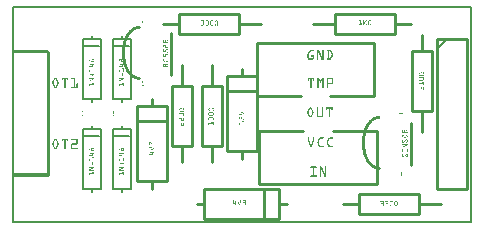
<source format=gto>
G04 MADE WITH FRITZING*
G04 WWW.FRITZING.ORG*
G04 SINGLE SIDED*
G04 HOLES NOT PLATED*
G04 CONTOUR ON CENTER OF CONTOUR VECTOR*
%ASAXBY*%
%FSLAX23Y23*%
%MOIN*%
%OFA0B0*%
%SFA1.0B1.0*%
%ADD10R,1.536070X0.727472X1.520070X0.711472*%
%ADD11C,0.008000*%
%ADD12C,0.010000*%
%ADD13C,0.005000*%
%ADD14C,0.010417*%
%ADD15C,0.009799*%
%ADD16R,0.001000X0.001000*%
%LNSILK1*%
G90*
G70*
G54D11*
X4Y723D02*
X1532Y723D01*
X1532Y4D01*
X4Y4D01*
X4Y723D01*
D02*
G54D12*
X1417Y616D02*
X1417Y116D01*
D02*
X1417Y116D02*
X1517Y116D01*
D02*
X1517Y116D02*
X1517Y616D01*
D02*
X1517Y616D02*
X1417Y616D01*
G54D13*
D02*
X1417Y581D02*
X1452Y616D01*
G54D12*
D02*
X1331Y336D02*
X1331Y196D01*
D02*
X1430Y66D02*
X1358Y66D01*
D02*
X1158Y66D02*
X1105Y66D01*
D02*
X1358Y33D02*
X1158Y33D01*
D02*
X1158Y33D02*
X1158Y99D01*
D02*
X1158Y99D02*
X1358Y99D01*
D02*
X1358Y99D02*
X1358Y33D01*
D02*
X1367Y304D02*
X1367Y376D01*
D02*
X1367Y576D02*
X1367Y629D01*
D02*
X1334Y376D02*
X1334Y576D01*
D02*
X1334Y576D02*
X1400Y576D01*
D02*
X1400Y576D02*
X1400Y376D01*
D02*
X1400Y376D02*
X1334Y376D01*
D02*
X1005Y666D02*
X1077Y666D01*
D02*
X1277Y666D02*
X1330Y666D01*
D02*
X1077Y699D02*
X1277Y699D01*
D02*
X1277Y699D02*
X1277Y633D01*
D02*
X1277Y633D02*
X1077Y633D01*
D02*
X1077Y633D02*
X1077Y699D01*
G54D11*
D02*
X337Y416D02*
X337Y616D01*
D02*
X337Y616D02*
X367Y616D01*
D02*
X367Y616D02*
X397Y616D01*
D02*
X397Y616D02*
X397Y416D01*
D02*
X397Y416D02*
X367Y416D01*
D02*
X367Y416D02*
X337Y416D01*
D02*
X367Y616D02*
X367Y626D01*
D02*
X367Y416D02*
X367Y406D01*
D02*
X342Y591D02*
X392Y591D01*
D02*
X237Y416D02*
X237Y616D01*
D02*
X237Y616D02*
X267Y616D01*
D02*
X267Y616D02*
X297Y616D01*
D02*
X297Y616D02*
X297Y416D01*
D02*
X297Y416D02*
X267Y416D01*
D02*
X267Y416D02*
X237Y416D01*
D02*
X267Y616D02*
X267Y626D01*
D02*
X267Y416D02*
X267Y406D01*
D02*
X242Y591D02*
X292Y591D01*
D02*
X337Y116D02*
X337Y316D01*
D02*
X337Y316D02*
X367Y316D01*
D02*
X367Y316D02*
X397Y316D01*
D02*
X397Y316D02*
X397Y116D01*
D02*
X397Y116D02*
X367Y116D01*
D02*
X367Y116D02*
X337Y116D01*
D02*
X367Y316D02*
X367Y326D01*
D02*
X367Y116D02*
X367Y106D01*
D02*
X342Y291D02*
X392Y291D01*
D02*
X237Y116D02*
X237Y316D01*
D02*
X237Y316D02*
X267Y316D01*
D02*
X267Y316D02*
X297Y316D01*
D02*
X297Y316D02*
X297Y116D01*
D02*
X297Y116D02*
X267Y116D01*
D02*
X267Y116D02*
X237Y116D01*
D02*
X267Y316D02*
X267Y326D01*
D02*
X267Y116D02*
X267Y106D01*
D02*
X242Y291D02*
X292Y291D01*
G54D14*
D02*
X122Y161D02*
X122Y572D01*
G54D12*
D02*
X892Y116D02*
X842Y116D01*
D02*
X842Y116D02*
X642Y116D01*
D02*
X642Y116D02*
X642Y66D01*
D02*
X642Y66D02*
X642Y16D01*
D02*
X642Y16D02*
X842Y16D01*
D02*
X842Y16D02*
X892Y16D01*
D02*
X892Y16D02*
X892Y66D01*
D02*
X892Y66D02*
X892Y116D01*
D02*
X842Y116D02*
X842Y16D01*
D02*
X642Y66D02*
X617Y66D01*
D02*
X892Y66D02*
X917Y66D01*
D02*
X717Y491D02*
X717Y441D01*
D02*
X717Y441D02*
X717Y241D01*
D02*
X717Y241D02*
X767Y241D01*
D02*
X767Y241D02*
X817Y241D01*
D02*
X817Y241D02*
X817Y441D01*
D02*
X817Y441D02*
X817Y491D01*
D02*
X817Y491D02*
X767Y491D01*
D02*
X767Y491D02*
X717Y491D01*
D02*
X717Y441D02*
X817Y441D01*
D02*
X767Y241D02*
X767Y216D01*
D02*
X767Y491D02*
X767Y516D01*
D02*
X417Y391D02*
X417Y341D01*
D02*
X417Y341D02*
X417Y141D01*
D02*
X417Y141D02*
X467Y141D01*
D02*
X467Y141D02*
X517Y141D01*
D02*
X517Y141D02*
X517Y341D01*
D02*
X517Y341D02*
X517Y391D01*
D02*
X517Y391D02*
X467Y391D01*
D02*
X467Y391D02*
X417Y391D01*
D02*
X417Y341D02*
X517Y341D01*
D02*
X467Y141D02*
X467Y116D01*
D02*
X467Y391D02*
X467Y416D01*
D02*
X531Y636D02*
X531Y496D01*
D02*
X830Y666D02*
X758Y666D01*
D02*
X558Y666D02*
X505Y666D01*
D02*
X758Y633D02*
X558Y633D01*
D02*
X558Y633D02*
X558Y699D01*
D02*
X558Y699D02*
X758Y699D01*
D02*
X758Y699D02*
X758Y633D01*
D02*
X667Y529D02*
X667Y457D01*
D02*
X667Y257D02*
X667Y204D01*
D02*
X700Y457D02*
X700Y257D01*
D02*
X700Y257D02*
X634Y257D01*
D02*
X634Y257D02*
X634Y457D01*
D02*
X634Y457D02*
X700Y457D01*
D02*
X567Y529D02*
X567Y457D01*
D02*
X567Y257D02*
X567Y204D01*
D02*
X600Y457D02*
X600Y257D01*
D02*
X600Y257D02*
X534Y257D01*
D02*
X534Y257D02*
X534Y457D01*
D02*
X534Y457D02*
X600Y457D01*
G54D15*
D02*
X826Y309D02*
X826Y131D01*
D02*
X826Y131D02*
X1217Y131D01*
D02*
X1217Y131D02*
X1217Y309D01*
D02*
X826Y309D02*
X972Y309D01*
D02*
X1070Y309D02*
X1217Y309D01*
D02*
X1209Y424D02*
X1209Y602D01*
D02*
X1209Y602D02*
X817Y602D01*
D02*
X817Y602D02*
X817Y424D01*
D02*
X1209Y424D02*
X1062Y424D01*
D02*
X964Y424D02*
X817Y424D01*
G54D16*
X1158Y678D02*
X1163Y678D01*
X1174Y678D02*
X1174Y678D01*
X1183Y678D02*
X1183Y678D01*
X1192Y678D02*
X1194Y678D01*
X631Y677D02*
X639Y677D01*
X647Y677D02*
X655Y677D01*
X664Y677D02*
X671Y677D01*
X681Y677D02*
X683Y677D01*
X1157Y677D02*
X1163Y677D01*
X1173Y677D02*
X1175Y677D01*
X1182Y677D02*
X1183Y677D01*
X1190Y677D02*
X1196Y677D01*
X630Y676D02*
X640Y676D01*
X646Y676D02*
X656Y676D01*
X663Y676D02*
X672Y676D01*
X679Y676D02*
X685Y676D01*
X1158Y676D02*
X1163Y676D01*
X1173Y676D02*
X1175Y676D01*
X1180Y676D02*
X1183Y676D01*
X1189Y676D02*
X1191Y676D01*
X1195Y676D02*
X1197Y676D01*
X632Y675D02*
X640Y675D01*
X648Y675D02*
X656Y675D01*
X662Y675D02*
X672Y675D01*
X678Y675D02*
X680Y675D01*
X684Y675D02*
X686Y675D01*
X1162Y675D02*
X1163Y675D01*
X1173Y675D02*
X1175Y675D01*
X1179Y675D02*
X1182Y675D01*
X1189Y675D02*
X1190Y675D01*
X1196Y675D02*
X1197Y675D01*
X434Y674D02*
X436Y674D01*
X639Y674D02*
X640Y674D01*
X655Y674D02*
X656Y674D01*
X662Y674D02*
X664Y674D01*
X671Y674D02*
X672Y674D01*
X678Y674D02*
X679Y674D01*
X685Y674D02*
X686Y674D01*
X1162Y674D02*
X1163Y674D01*
X1173Y674D02*
X1175Y674D01*
X1178Y674D02*
X1180Y674D01*
X1188Y674D02*
X1190Y674D01*
X1197Y674D02*
X1198Y674D01*
X1340Y674D02*
X1342Y674D01*
X434Y673D02*
X436Y673D01*
X639Y673D02*
X640Y673D01*
X655Y673D02*
X656Y673D01*
X662Y673D02*
X664Y673D01*
X671Y673D02*
X672Y673D01*
X677Y673D02*
X679Y673D01*
X685Y673D02*
X687Y673D01*
X1162Y673D02*
X1163Y673D01*
X1173Y673D02*
X1175Y673D01*
X1177Y673D02*
X1179Y673D01*
X1188Y673D02*
X1189Y673D01*
X1197Y673D02*
X1198Y673D01*
X1340Y673D02*
X1342Y673D01*
X434Y672D02*
X436Y672D01*
X639Y672D02*
X640Y672D01*
X655Y672D02*
X656Y672D01*
X662Y672D02*
X664Y672D01*
X671Y672D02*
X672Y672D01*
X677Y672D02*
X678Y672D01*
X686Y672D02*
X687Y672D01*
X1162Y672D02*
X1163Y672D01*
X1173Y672D02*
X1178Y672D01*
X1188Y672D02*
X1189Y672D01*
X1197Y672D02*
X1198Y672D01*
X1340Y672D02*
X1342Y672D01*
X434Y671D02*
X436Y671D01*
X639Y671D02*
X640Y671D01*
X655Y671D02*
X656Y671D01*
X662Y671D02*
X664Y671D01*
X671Y671D02*
X672Y671D01*
X677Y671D02*
X678Y671D01*
X686Y671D02*
X687Y671D01*
X1162Y671D02*
X1163Y671D01*
X1173Y671D02*
X1177Y671D01*
X1188Y671D02*
X1189Y671D01*
X1197Y671D02*
X1198Y671D01*
X1340Y671D02*
X1342Y671D01*
X434Y670D02*
X436Y670D01*
X638Y670D02*
X640Y670D01*
X654Y670D02*
X656Y670D01*
X662Y670D02*
X664Y670D01*
X671Y670D02*
X672Y670D01*
X677Y670D02*
X678Y670D01*
X686Y670D02*
X687Y670D01*
X1162Y670D02*
X1163Y670D01*
X1173Y670D02*
X1176Y670D01*
X1188Y670D02*
X1189Y670D01*
X1197Y670D02*
X1198Y670D01*
X1340Y670D02*
X1342Y670D01*
X434Y669D02*
X436Y669D01*
X632Y669D02*
X640Y669D01*
X649Y669D02*
X656Y669D01*
X662Y669D02*
X664Y669D01*
X671Y669D02*
X672Y669D01*
X677Y669D02*
X678Y669D01*
X686Y669D02*
X687Y669D01*
X1162Y669D02*
X1163Y669D01*
X1173Y669D02*
X1176Y669D01*
X1188Y669D02*
X1189Y669D01*
X1197Y669D02*
X1199Y669D01*
X1340Y669D02*
X1342Y669D01*
X434Y668D02*
X436Y668D01*
X633Y668D02*
X640Y668D01*
X649Y668D02*
X656Y668D01*
X662Y668D02*
X664Y668D01*
X671Y668D02*
X672Y668D01*
X677Y668D02*
X678Y668D01*
X686Y668D02*
X687Y668D01*
X1162Y668D02*
X1163Y668D01*
X1166Y668D02*
X1167Y668D01*
X1173Y668D02*
X1177Y668D01*
X1188Y668D02*
X1189Y668D01*
X1197Y668D02*
X1198Y668D01*
X1340Y668D02*
X1342Y668D01*
X434Y667D02*
X435Y667D01*
X639Y667D02*
X640Y667D01*
X655Y667D02*
X656Y667D01*
X662Y667D02*
X664Y667D01*
X671Y667D02*
X672Y667D01*
X677Y667D02*
X678Y667D01*
X686Y667D02*
X687Y667D01*
X1162Y667D02*
X1163Y667D01*
X1166Y667D02*
X1167Y667D01*
X1173Y667D02*
X1178Y667D01*
X1188Y667D02*
X1189Y667D01*
X1197Y667D02*
X1198Y667D01*
X1340Y667D02*
X1342Y667D01*
X434Y666D02*
X435Y666D01*
X639Y666D02*
X640Y666D01*
X655Y666D02*
X656Y666D01*
X662Y666D02*
X664Y666D01*
X671Y666D02*
X672Y666D01*
X677Y666D02*
X678Y666D01*
X686Y666D02*
X687Y666D01*
X1162Y666D02*
X1163Y666D01*
X1166Y666D02*
X1167Y666D01*
X1173Y666D02*
X1175Y666D01*
X1177Y666D02*
X1179Y666D01*
X1188Y666D02*
X1189Y666D01*
X1197Y666D02*
X1198Y666D01*
X1340Y666D02*
X1342Y666D01*
X434Y665D02*
X435Y665D01*
X639Y665D02*
X640Y665D01*
X655Y665D02*
X656Y665D01*
X662Y665D02*
X664Y665D01*
X671Y665D02*
X672Y665D01*
X677Y665D02*
X678Y665D01*
X686Y665D02*
X687Y665D01*
X1162Y665D02*
X1163Y665D01*
X1166Y665D02*
X1167Y665D01*
X1173Y665D02*
X1175Y665D01*
X1178Y665D02*
X1180Y665D01*
X1189Y665D02*
X1190Y665D01*
X1196Y665D02*
X1198Y665D01*
X1341Y665D02*
X1342Y665D01*
X435Y664D02*
X435Y664D01*
X639Y664D02*
X640Y664D01*
X655Y664D02*
X656Y664D01*
X662Y664D02*
X664Y664D01*
X671Y664D02*
X672Y664D01*
X677Y664D02*
X679Y664D01*
X685Y664D02*
X687Y664D01*
X1162Y664D02*
X1163Y664D01*
X1166Y664D02*
X1167Y664D01*
X1173Y664D02*
X1175Y664D01*
X1179Y664D02*
X1182Y664D01*
X1189Y664D02*
X1190Y664D01*
X1196Y664D02*
X1197Y664D01*
X1341Y664D02*
X1341Y664D01*
X639Y663D02*
X640Y663D01*
X655Y663D02*
X656Y663D01*
X662Y663D02*
X664Y663D01*
X671Y663D02*
X672Y663D01*
X678Y663D02*
X679Y663D01*
X685Y663D02*
X686Y663D01*
X1158Y663D02*
X1167Y663D01*
X1173Y663D02*
X1175Y663D01*
X1180Y663D02*
X1183Y663D01*
X1189Y663D02*
X1191Y663D01*
X1195Y663D02*
X1197Y663D01*
X631Y662D02*
X640Y662D01*
X647Y662D02*
X656Y662D01*
X662Y662D02*
X672Y662D01*
X678Y662D02*
X680Y662D01*
X684Y662D02*
X686Y662D01*
X1157Y662D02*
X1167Y662D01*
X1173Y662D02*
X1175Y662D01*
X1182Y662D02*
X1183Y662D01*
X1187Y662D02*
X1192Y662D01*
X1195Y662D02*
X1199Y662D01*
X630Y661D02*
X640Y661D01*
X646Y661D02*
X656Y661D01*
X663Y661D02*
X672Y661D01*
X676Y661D02*
X681Y661D01*
X683Y661D02*
X688Y661D01*
X1158Y661D02*
X1167Y661D01*
X1174Y661D02*
X1174Y661D01*
X1183Y661D02*
X1183Y661D01*
X1188Y661D02*
X1191Y661D01*
X1195Y661D02*
X1199Y661D01*
X434Y660D02*
X435Y660D01*
X631Y660D02*
X638Y660D01*
X647Y660D02*
X655Y660D01*
X664Y660D02*
X671Y660D01*
X677Y660D02*
X680Y660D01*
X684Y660D02*
X688Y660D01*
X1340Y660D02*
X1342Y660D01*
X434Y659D02*
X436Y659D01*
X1340Y659D02*
X1342Y659D01*
X418Y658D02*
X426Y658D01*
X434Y658D02*
X436Y658D01*
X1340Y658D02*
X1342Y658D01*
X414Y657D02*
X427Y657D01*
X412Y656D02*
X428Y656D01*
X409Y655D02*
X428Y655D01*
X407Y654D02*
X429Y654D01*
X405Y653D02*
X429Y653D01*
X404Y652D02*
X428Y652D01*
X402Y651D02*
X428Y651D01*
X401Y650D02*
X427Y650D01*
X399Y649D02*
X425Y649D01*
X398Y648D02*
X418Y648D01*
X397Y647D02*
X414Y647D01*
X396Y646D02*
X412Y646D01*
X395Y645D02*
X410Y645D01*
X394Y644D02*
X408Y644D01*
X393Y643D02*
X407Y643D01*
X392Y642D02*
X405Y642D01*
X391Y641D02*
X404Y641D01*
X390Y640D02*
X403Y640D01*
X389Y639D02*
X402Y639D01*
X388Y638D02*
X401Y638D01*
X388Y637D02*
X400Y637D01*
X387Y636D02*
X399Y636D01*
X386Y635D02*
X398Y635D01*
X386Y634D02*
X397Y634D01*
X385Y633D02*
X396Y633D01*
X384Y632D02*
X395Y632D01*
X384Y631D02*
X395Y631D01*
X383Y630D02*
X394Y630D01*
X382Y629D02*
X393Y629D01*
X382Y628D02*
X393Y628D01*
X381Y627D02*
X392Y627D01*
X381Y626D02*
X391Y626D01*
X380Y625D02*
X391Y625D01*
X380Y624D02*
X390Y624D01*
X379Y623D02*
X390Y623D01*
X379Y622D02*
X389Y622D01*
X378Y621D02*
X388Y621D01*
X378Y620D02*
X388Y620D01*
X377Y619D02*
X387Y619D01*
X377Y618D02*
X387Y618D01*
X377Y617D02*
X386Y617D01*
X376Y616D02*
X386Y616D01*
X376Y615D02*
X386Y615D01*
X375Y614D02*
X385Y614D01*
X375Y613D02*
X385Y613D01*
X375Y612D02*
X384Y612D01*
X508Y612D02*
X511Y612D01*
X515Y612D02*
X519Y612D01*
X374Y611D02*
X384Y611D01*
X506Y611D02*
X520Y611D01*
X374Y610D02*
X384Y610D01*
X506Y610D02*
X508Y610D01*
X511Y610D02*
X515Y610D01*
X518Y610D02*
X521Y610D01*
X374Y609D02*
X383Y609D01*
X505Y609D02*
X507Y609D01*
X512Y609D02*
X514Y609D01*
X520Y609D02*
X521Y609D01*
X373Y608D02*
X383Y608D01*
X505Y608D02*
X506Y608D01*
X513Y608D02*
X514Y608D01*
X520Y608D02*
X521Y608D01*
X373Y607D02*
X382Y607D01*
X505Y607D02*
X506Y607D01*
X513Y607D02*
X514Y607D01*
X520Y607D02*
X521Y607D01*
X373Y606D02*
X382Y606D01*
X505Y606D02*
X506Y606D01*
X513Y606D02*
X514Y606D01*
X520Y606D02*
X521Y606D01*
X373Y605D02*
X382Y605D01*
X505Y605D02*
X506Y605D01*
X513Y605D02*
X514Y605D01*
X520Y605D02*
X521Y605D01*
X372Y604D02*
X382Y604D01*
X505Y604D02*
X506Y604D01*
X513Y604D02*
X514Y604D01*
X520Y604D02*
X521Y604D01*
X372Y603D02*
X381Y603D01*
X505Y603D02*
X521Y603D01*
X372Y602D02*
X381Y602D01*
X505Y602D02*
X521Y602D01*
X371Y601D02*
X381Y601D01*
X371Y600D02*
X380Y600D01*
X371Y599D02*
X380Y599D01*
X371Y598D02*
X380Y598D01*
X371Y597D02*
X380Y597D01*
X370Y596D02*
X380Y596D01*
X514Y596D02*
X520Y596D01*
X370Y595D02*
X379Y595D01*
X513Y595D02*
X521Y595D01*
X370Y594D02*
X379Y594D01*
X506Y594D02*
X514Y594D01*
X520Y594D02*
X521Y594D01*
X370Y593D02*
X379Y593D01*
X505Y593D02*
X514Y593D01*
X520Y593D02*
X521Y593D01*
X370Y592D02*
X379Y592D01*
X505Y592D02*
X514Y592D01*
X520Y592D02*
X521Y592D01*
X369Y591D02*
X379Y591D01*
X505Y591D02*
X506Y591D01*
X513Y591D02*
X514Y591D01*
X520Y591D02*
X521Y591D01*
X369Y590D02*
X378Y590D01*
X505Y590D02*
X506Y590D01*
X512Y590D02*
X514Y590D01*
X520Y590D02*
X521Y590D01*
X369Y589D02*
X378Y589D01*
X505Y589D02*
X514Y589D01*
X520Y589D02*
X521Y589D01*
X369Y588D02*
X378Y588D01*
X505Y588D02*
X514Y588D01*
X520Y588D02*
X521Y588D01*
X369Y587D02*
X378Y587D01*
X513Y587D02*
X521Y587D01*
X369Y586D02*
X378Y586D01*
X513Y586D02*
X521Y586D01*
X369Y585D02*
X378Y585D01*
X369Y584D02*
X378Y584D01*
X368Y583D02*
X377Y583D01*
X368Y582D02*
X377Y582D01*
X368Y581D02*
X377Y581D01*
X368Y580D02*
X377Y580D01*
X506Y580D02*
X506Y580D01*
X514Y580D02*
X520Y580D01*
X368Y579D02*
X377Y579D01*
X505Y579D02*
X506Y579D01*
X513Y579D02*
X521Y579D01*
X996Y579D02*
X1007Y579D01*
X1018Y579D02*
X1023Y579D01*
X1036Y579D02*
X1038Y579D01*
X1050Y579D02*
X1062Y579D01*
X368Y578D02*
X377Y578D01*
X505Y578D02*
X506Y578D01*
X513Y578D02*
X521Y578D01*
X995Y578D02*
X1007Y578D01*
X1018Y578D02*
X1024Y578D01*
X1036Y578D02*
X1039Y578D01*
X1050Y578D02*
X1063Y578D01*
X0Y577D02*
X121Y577D01*
X368Y577D02*
X377Y577D01*
X505Y577D02*
X506Y577D01*
X513Y577D02*
X514Y577D01*
X520Y577D02*
X521Y577D01*
X994Y577D02*
X1007Y577D01*
X1018Y577D02*
X1024Y577D01*
X1036Y577D02*
X1039Y577D01*
X1050Y577D02*
X1064Y577D01*
X0Y576D02*
X121Y576D01*
X368Y576D02*
X377Y576D01*
X505Y576D02*
X506Y576D01*
X513Y576D02*
X514Y576D01*
X520Y576D02*
X521Y576D01*
X993Y576D02*
X1007Y576D01*
X1018Y576D02*
X1025Y576D01*
X1036Y576D02*
X1039Y576D01*
X1050Y576D02*
X1065Y576D01*
X0Y575D02*
X121Y575D01*
X368Y575D02*
X377Y575D01*
X505Y575D02*
X506Y575D01*
X513Y575D02*
X514Y575D01*
X520Y575D02*
X521Y575D01*
X993Y575D02*
X998Y575D01*
X1018Y575D02*
X1025Y575D01*
X1036Y575D02*
X1039Y575D01*
X1054Y575D02*
X1058Y575D01*
X1061Y575D02*
X1066Y575D01*
X0Y574D02*
X121Y574D01*
X368Y574D02*
X377Y574D01*
X505Y574D02*
X506Y574D01*
X513Y574D02*
X514Y574D01*
X520Y574D02*
X521Y574D01*
X992Y574D02*
X996Y574D01*
X1018Y574D02*
X1025Y574D01*
X1036Y574D02*
X1039Y574D01*
X1054Y574D02*
X1058Y574D01*
X1062Y574D02*
X1066Y574D01*
X0Y573D02*
X121Y573D01*
X368Y573D02*
X377Y573D01*
X505Y573D02*
X514Y573D01*
X520Y573D02*
X521Y573D01*
X991Y573D02*
X996Y573D01*
X1018Y573D02*
X1026Y573D01*
X1036Y573D02*
X1039Y573D01*
X1054Y573D02*
X1058Y573D01*
X1063Y573D02*
X1067Y573D01*
X0Y572D02*
X121Y572D01*
X368Y572D02*
X377Y572D01*
X505Y572D02*
X514Y572D01*
X520Y572D02*
X521Y572D01*
X990Y572D02*
X995Y572D01*
X1018Y572D02*
X1026Y572D01*
X1036Y572D02*
X1039Y572D01*
X1054Y572D02*
X1058Y572D01*
X1063Y572D02*
X1067Y572D01*
X0Y571D02*
X121Y571D01*
X368Y571D02*
X377Y571D01*
X519Y571D02*
X521Y571D01*
X989Y571D02*
X994Y571D01*
X1018Y571D02*
X1027Y571D01*
X1036Y571D02*
X1039Y571D01*
X1054Y571D02*
X1058Y571D01*
X1064Y571D02*
X1068Y571D01*
X0Y570D02*
X121Y570D01*
X368Y570D02*
X377Y570D01*
X519Y570D02*
X520Y570D01*
X989Y570D02*
X993Y570D01*
X1018Y570D02*
X1027Y570D01*
X1036Y570D02*
X1039Y570D01*
X1054Y570D02*
X1058Y570D01*
X1064Y570D02*
X1068Y570D01*
X0Y569D02*
X121Y569D01*
X368Y569D02*
X377Y569D01*
X988Y569D02*
X993Y569D01*
X1018Y569D02*
X1022Y569D01*
X1024Y569D02*
X1028Y569D01*
X1036Y569D02*
X1039Y569D01*
X1054Y569D02*
X1058Y569D01*
X1065Y569D02*
X1069Y569D01*
X0Y568D02*
X121Y568D01*
X368Y568D02*
X377Y568D01*
X987Y568D02*
X992Y568D01*
X1018Y568D02*
X1022Y568D01*
X1024Y568D02*
X1028Y568D01*
X1036Y568D02*
X1039Y568D01*
X1054Y568D02*
X1058Y568D01*
X1065Y568D02*
X1069Y568D01*
X368Y567D02*
X377Y567D01*
X987Y567D02*
X991Y567D01*
X1018Y567D02*
X1022Y567D01*
X1025Y567D02*
X1029Y567D01*
X1036Y567D02*
X1039Y567D01*
X1054Y567D02*
X1058Y567D01*
X1066Y567D02*
X1070Y567D01*
X368Y566D02*
X377Y566D01*
X987Y566D02*
X990Y566D01*
X1018Y566D02*
X1022Y566D01*
X1025Y566D02*
X1029Y566D01*
X1036Y566D02*
X1039Y566D01*
X1054Y566D02*
X1058Y566D01*
X1066Y566D02*
X1070Y566D01*
X368Y565D02*
X377Y565D01*
X987Y565D02*
X990Y565D01*
X1018Y565D02*
X1022Y565D01*
X1026Y565D02*
X1029Y565D01*
X1036Y565D02*
X1039Y565D01*
X1054Y565D02*
X1058Y565D01*
X1067Y565D02*
X1070Y565D01*
X368Y564D02*
X377Y564D01*
X506Y564D02*
X506Y564D01*
X514Y564D02*
X520Y564D01*
X986Y564D02*
X990Y564D01*
X1018Y564D02*
X1022Y564D01*
X1026Y564D02*
X1030Y564D01*
X1036Y564D02*
X1039Y564D01*
X1054Y564D02*
X1058Y564D01*
X1067Y564D02*
X1070Y564D01*
X368Y563D02*
X377Y563D01*
X505Y563D02*
X506Y563D01*
X513Y563D02*
X521Y563D01*
X986Y563D02*
X990Y563D01*
X1018Y563D02*
X1022Y563D01*
X1026Y563D02*
X1030Y563D01*
X1036Y563D02*
X1039Y563D01*
X1054Y563D02*
X1058Y563D01*
X1067Y563D02*
X1071Y563D01*
X368Y562D02*
X377Y562D01*
X505Y562D02*
X506Y562D01*
X513Y562D02*
X521Y562D01*
X986Y562D02*
X990Y562D01*
X1018Y562D02*
X1022Y562D01*
X1027Y562D02*
X1031Y562D01*
X1036Y562D02*
X1039Y562D01*
X1054Y562D02*
X1058Y562D01*
X1067Y562D02*
X1071Y562D01*
X368Y561D02*
X377Y561D01*
X505Y561D02*
X506Y561D01*
X513Y561D02*
X514Y561D01*
X520Y561D02*
X521Y561D01*
X986Y561D02*
X990Y561D01*
X999Y561D02*
X1007Y561D01*
X1018Y561D02*
X1022Y561D01*
X1027Y561D02*
X1031Y561D01*
X1036Y561D02*
X1039Y561D01*
X1054Y561D02*
X1058Y561D01*
X1067Y561D02*
X1070Y561D01*
X368Y560D02*
X377Y560D01*
X505Y560D02*
X506Y560D01*
X513Y560D02*
X514Y560D01*
X520Y560D02*
X521Y560D01*
X986Y560D02*
X990Y560D01*
X998Y560D02*
X1007Y560D01*
X1018Y560D02*
X1022Y560D01*
X1028Y560D02*
X1032Y560D01*
X1036Y560D02*
X1039Y560D01*
X1054Y560D02*
X1058Y560D01*
X1066Y560D02*
X1070Y560D01*
X368Y559D02*
X377Y559D01*
X505Y559D02*
X506Y559D01*
X513Y559D02*
X514Y559D01*
X520Y559D02*
X521Y559D01*
X986Y559D02*
X990Y559D01*
X997Y559D02*
X1007Y559D01*
X1018Y559D02*
X1022Y559D01*
X1028Y559D02*
X1032Y559D01*
X1036Y559D02*
X1039Y559D01*
X1054Y559D02*
X1058Y559D01*
X1066Y559D02*
X1070Y559D01*
X368Y558D02*
X377Y558D01*
X505Y558D02*
X506Y558D01*
X513Y558D02*
X514Y558D01*
X520Y558D02*
X521Y558D01*
X986Y558D02*
X990Y558D01*
X998Y558D02*
X1007Y558D01*
X1018Y558D02*
X1022Y558D01*
X1029Y558D02*
X1032Y558D01*
X1036Y558D02*
X1039Y558D01*
X1054Y558D02*
X1058Y558D01*
X1065Y558D02*
X1069Y558D01*
X368Y557D02*
X377Y557D01*
X505Y557D02*
X514Y557D01*
X520Y557D02*
X521Y557D01*
X986Y557D02*
X990Y557D01*
X999Y557D02*
X1007Y557D01*
X1018Y557D02*
X1022Y557D01*
X1029Y557D02*
X1033Y557D01*
X1036Y557D02*
X1039Y557D01*
X1054Y557D02*
X1058Y557D01*
X1065Y557D02*
X1069Y557D01*
X368Y556D02*
X377Y556D01*
X505Y556D02*
X514Y556D01*
X520Y556D02*
X521Y556D01*
X986Y556D02*
X990Y556D01*
X1004Y556D02*
X1007Y556D01*
X1018Y556D02*
X1022Y556D01*
X1029Y556D02*
X1033Y556D01*
X1036Y556D02*
X1039Y556D01*
X1054Y556D02*
X1058Y556D01*
X1064Y556D02*
X1068Y556D01*
X368Y555D02*
X377Y555D01*
X519Y555D02*
X521Y555D01*
X986Y555D02*
X990Y555D01*
X1004Y555D02*
X1007Y555D01*
X1018Y555D02*
X1022Y555D01*
X1030Y555D02*
X1034Y555D01*
X1036Y555D02*
X1039Y555D01*
X1054Y555D02*
X1058Y555D01*
X1064Y555D02*
X1068Y555D01*
X369Y554D02*
X378Y554D01*
X519Y554D02*
X520Y554D01*
X986Y554D02*
X990Y554D01*
X1004Y554D02*
X1007Y554D01*
X1018Y554D02*
X1022Y554D01*
X1030Y554D02*
X1039Y554D01*
X1054Y554D02*
X1058Y554D01*
X1063Y554D02*
X1067Y554D01*
X369Y553D02*
X378Y553D01*
X986Y553D02*
X990Y553D01*
X1004Y553D02*
X1007Y553D01*
X1018Y553D02*
X1022Y553D01*
X1031Y553D02*
X1039Y553D01*
X1054Y553D02*
X1058Y553D01*
X1063Y553D02*
X1067Y553D01*
X369Y552D02*
X378Y552D01*
X986Y552D02*
X990Y552D01*
X1004Y552D02*
X1007Y552D01*
X1018Y552D02*
X1022Y552D01*
X1031Y552D02*
X1039Y552D01*
X1054Y552D02*
X1058Y552D01*
X1062Y552D02*
X1066Y552D01*
X369Y551D02*
X378Y551D01*
X987Y551D02*
X990Y551D01*
X1003Y551D02*
X1007Y551D01*
X1018Y551D02*
X1022Y551D01*
X1032Y551D02*
X1039Y551D01*
X1054Y551D02*
X1058Y551D01*
X1062Y551D02*
X1066Y551D01*
X369Y550D02*
X378Y550D01*
X987Y550D02*
X1007Y550D01*
X1018Y550D02*
X1022Y550D01*
X1032Y550D02*
X1039Y550D01*
X1052Y550D02*
X1065Y550D01*
X367Y549D02*
X378Y549D01*
X987Y549D02*
X1006Y549D01*
X1018Y549D02*
X1022Y549D01*
X1033Y549D02*
X1039Y549D01*
X1050Y549D02*
X1065Y549D01*
X267Y548D02*
X275Y548D01*
X366Y548D02*
X378Y548D01*
X988Y548D02*
X1006Y548D01*
X1018Y548D02*
X1022Y548D01*
X1033Y548D02*
X1039Y548D01*
X1050Y548D02*
X1064Y548D01*
X267Y547D02*
X275Y547D01*
X359Y547D02*
X367Y547D01*
X369Y547D02*
X379Y547D01*
X505Y547D02*
X506Y547D01*
X520Y547D02*
X521Y547D01*
X989Y547D02*
X1004Y547D01*
X1018Y547D02*
X1021Y547D01*
X1033Y547D02*
X1039Y547D01*
X1050Y547D02*
X1063Y547D01*
X259Y546D02*
X268Y546D01*
X274Y546D02*
X275Y546D01*
X358Y546D02*
X367Y546D01*
X370Y546D02*
X379Y546D01*
X505Y546D02*
X506Y546D01*
X520Y546D02*
X521Y546D01*
X991Y546D02*
X1003Y546D01*
X1019Y546D02*
X1021Y546D01*
X1034Y546D02*
X1039Y546D01*
X1051Y546D02*
X1061Y546D01*
X259Y545D02*
X268Y545D01*
X274Y545D02*
X275Y545D01*
X358Y545D02*
X367Y545D01*
X370Y545D02*
X379Y545D01*
X505Y545D02*
X506Y545D01*
X520Y545D02*
X521Y545D01*
X259Y544D02*
X260Y544D01*
X266Y544D02*
X268Y544D01*
X274Y544D02*
X275Y544D01*
X358Y544D02*
X359Y544D01*
X366Y544D02*
X367Y544D01*
X370Y544D02*
X379Y544D01*
X505Y544D02*
X506Y544D01*
X520Y544D02*
X521Y544D01*
X259Y543D02*
X260Y543D01*
X267Y543D02*
X268Y543D01*
X274Y543D02*
X275Y543D01*
X358Y543D02*
X360Y543D01*
X365Y543D02*
X367Y543D01*
X370Y543D02*
X379Y543D01*
X505Y543D02*
X506Y543D01*
X520Y543D02*
X521Y543D01*
X259Y542D02*
X268Y542D01*
X274Y542D02*
X275Y542D01*
X358Y542D02*
X367Y542D01*
X370Y542D02*
X379Y542D01*
X505Y542D02*
X507Y542D01*
X520Y542D02*
X521Y542D01*
X259Y541D02*
X268Y541D01*
X274Y541D02*
X275Y541D01*
X359Y541D02*
X367Y541D01*
X371Y541D02*
X380Y541D01*
X506Y541D02*
X509Y541D01*
X518Y541D02*
X521Y541D01*
X266Y540D02*
X275Y540D01*
X366Y540D02*
X380Y540D01*
X507Y540D02*
X511Y540D01*
X516Y540D02*
X520Y540D01*
X267Y539D02*
X275Y539D01*
X366Y539D02*
X380Y539D01*
X508Y539D02*
X518Y539D01*
X268Y538D02*
X274Y538D01*
X371Y538D02*
X380Y538D01*
X510Y538D02*
X516Y538D01*
X371Y537D02*
X381Y537D01*
X372Y536D02*
X381Y536D01*
X372Y535D02*
X381Y535D01*
X372Y534D02*
X382Y534D01*
X372Y533D02*
X382Y533D01*
X269Y532D02*
X269Y532D01*
X368Y532D02*
X369Y532D01*
X373Y532D02*
X382Y532D01*
X517Y532D02*
X517Y532D01*
X262Y531D02*
X274Y531D01*
X360Y531D02*
X382Y531D01*
X507Y531D02*
X512Y531D01*
X514Y531D02*
X520Y531D01*
X261Y530D02*
X275Y530D01*
X360Y530D02*
X383Y530D01*
X506Y530D02*
X521Y530D01*
X262Y529D02*
X274Y529D01*
X368Y529D02*
X369Y529D01*
X374Y529D02*
X383Y529D01*
X505Y529D02*
X507Y529D01*
X512Y529D02*
X514Y529D01*
X519Y529D02*
X521Y529D01*
X268Y528D02*
X270Y528D01*
X368Y528D02*
X369Y528D01*
X374Y528D02*
X383Y528D01*
X505Y528D02*
X506Y528D01*
X512Y528D02*
X514Y528D01*
X520Y528D02*
X521Y528D01*
X268Y527D02*
X270Y527D01*
X368Y527D02*
X369Y527D01*
X374Y527D02*
X384Y527D01*
X505Y527D02*
X506Y527D01*
X513Y527D02*
X514Y527D01*
X520Y527D02*
X521Y527D01*
X268Y526D02*
X270Y526D01*
X368Y526D02*
X369Y526D01*
X375Y526D02*
X384Y526D01*
X505Y526D02*
X506Y526D01*
X513Y526D02*
X514Y526D01*
X520Y526D02*
X521Y526D01*
X268Y525D02*
X270Y525D01*
X359Y525D02*
X369Y525D01*
X375Y525D02*
X385Y525D01*
X505Y525D02*
X506Y525D01*
X513Y525D02*
X514Y525D01*
X520Y525D02*
X521Y525D01*
X259Y524D02*
X270Y524D01*
X358Y524D02*
X369Y524D01*
X375Y524D02*
X385Y524D01*
X505Y524D02*
X506Y524D01*
X513Y524D02*
X514Y524D01*
X520Y524D02*
X521Y524D01*
X259Y523D02*
X270Y523D01*
X359Y523D02*
X369Y523D01*
X376Y523D02*
X385Y523D01*
X505Y523D02*
X521Y523D01*
X376Y522D02*
X386Y522D01*
X505Y522D02*
X521Y522D01*
X377Y521D02*
X386Y521D01*
X505Y521D02*
X521Y521D01*
X377Y520D02*
X387Y520D01*
X377Y519D02*
X387Y519D01*
X378Y518D02*
X388Y518D01*
X368Y517D02*
X374Y517D01*
X378Y517D02*
X388Y517D01*
X269Y516D02*
X275Y516D01*
X368Y516D02*
X374Y516D01*
X379Y516D02*
X389Y516D01*
X269Y515D02*
X275Y515D01*
X373Y515D02*
X374Y515D01*
X379Y515D02*
X389Y515D01*
X274Y514D02*
X275Y514D01*
X373Y514D02*
X374Y514D01*
X380Y514D02*
X390Y514D01*
X274Y513D02*
X275Y513D01*
X373Y513D02*
X374Y513D01*
X380Y513D02*
X390Y513D01*
X259Y512D02*
X275Y512D01*
X358Y512D02*
X374Y512D01*
X381Y512D02*
X391Y512D01*
X259Y511D02*
X275Y511D01*
X358Y511D02*
X374Y511D01*
X381Y511D02*
X392Y511D01*
X259Y510D02*
X261Y510D01*
X274Y510D02*
X275Y510D01*
X358Y510D02*
X359Y510D01*
X373Y510D02*
X374Y510D01*
X382Y510D02*
X392Y510D01*
X259Y509D02*
X260Y509D01*
X274Y509D02*
X275Y509D01*
X358Y509D02*
X359Y509D01*
X373Y509D02*
X374Y509D01*
X382Y509D02*
X393Y509D01*
X259Y508D02*
X260Y508D01*
X274Y508D02*
X275Y508D01*
X358Y508D02*
X359Y508D01*
X373Y508D02*
X374Y508D01*
X383Y508D02*
X394Y508D01*
X259Y507D02*
X260Y507D01*
X274Y507D02*
X275Y507D01*
X358Y507D02*
X359Y507D01*
X373Y507D02*
X374Y507D01*
X383Y507D02*
X394Y507D01*
X259Y506D02*
X260Y506D01*
X275Y506D02*
X275Y506D01*
X384Y506D02*
X395Y506D01*
X385Y505D02*
X396Y505D01*
X385Y504D02*
X397Y504D01*
X386Y503D02*
X398Y503D01*
X1364Y503D02*
X1367Y503D01*
X1372Y503D02*
X1373Y503D01*
X387Y502D02*
X398Y502D01*
X1360Y502D02*
X1370Y502D01*
X1372Y502D02*
X1373Y502D01*
X387Y501D02*
X399Y501D01*
X1359Y501D02*
X1373Y501D01*
X368Y500D02*
X369Y500D01*
X388Y500D02*
X400Y500D01*
X1358Y500D02*
X1360Y500D01*
X1370Y500D02*
X1373Y500D01*
X268Y499D02*
X270Y499D01*
X360Y499D02*
X374Y499D01*
X389Y499D02*
X401Y499D01*
X1357Y499D02*
X1358Y499D01*
X1372Y499D02*
X1373Y499D01*
X261Y498D02*
X275Y498D01*
X360Y498D02*
X374Y498D01*
X390Y498D02*
X402Y498D01*
X1357Y498D02*
X1358Y498D01*
X261Y497D02*
X275Y497D01*
X367Y497D02*
X369Y497D01*
X391Y497D02*
X404Y497D01*
X1357Y497D02*
X1358Y497D01*
X268Y496D02*
X270Y496D01*
X368Y496D02*
X369Y496D01*
X392Y496D02*
X405Y496D01*
X1357Y496D02*
X1358Y496D01*
X1372Y496D02*
X1373Y496D01*
X268Y495D02*
X270Y495D01*
X368Y495D02*
X369Y495D01*
X392Y495D02*
X406Y495D01*
X1357Y495D02*
X1359Y495D01*
X1371Y495D02*
X1373Y495D01*
X268Y494D02*
X270Y494D01*
X368Y494D02*
X369Y494D01*
X393Y494D02*
X408Y494D01*
X1358Y494D02*
X1361Y494D01*
X1369Y494D02*
X1373Y494D01*
X268Y493D02*
X270Y493D01*
X367Y493D02*
X369Y493D01*
X395Y493D02*
X409Y493D01*
X1359Y493D02*
X1373Y493D01*
X259Y492D02*
X270Y492D01*
X358Y492D02*
X369Y492D01*
X396Y492D02*
X411Y492D01*
X1361Y492D02*
X1369Y492D01*
X1372Y492D02*
X1373Y492D01*
X259Y491D02*
X270Y491D01*
X359Y491D02*
X369Y491D01*
X397Y491D02*
X414Y491D01*
X1373Y491D02*
X1373Y491D01*
X398Y490D02*
X417Y490D01*
X399Y489D02*
X425Y489D01*
X400Y488D02*
X427Y488D01*
X1359Y488D02*
X1371Y488D01*
X402Y487D02*
X428Y487D01*
X1357Y487D02*
X1373Y487D01*
X146Y486D02*
X146Y486D01*
X168Y486D02*
X188Y486D01*
X201Y486D02*
X211Y486D01*
X403Y486D02*
X429Y486D01*
X1357Y486D02*
X1373Y486D01*
X143Y485D02*
X149Y485D01*
X167Y485D02*
X188Y485D01*
X199Y485D02*
X211Y485D01*
X359Y485D02*
X374Y485D01*
X405Y485D02*
X429Y485D01*
X1357Y485D02*
X1358Y485D01*
X1372Y485D02*
X1373Y485D01*
X142Y484D02*
X150Y484D01*
X167Y484D02*
X188Y484D01*
X199Y484D02*
X211Y484D01*
X259Y484D02*
X275Y484D01*
X358Y484D02*
X374Y484D01*
X407Y484D02*
X429Y484D01*
X987Y484D02*
X1008Y484D01*
X1019Y484D02*
X1024Y484D01*
X1035Y484D02*
X1040Y484D01*
X1051Y484D02*
X1068Y484D01*
X1357Y484D02*
X1358Y484D01*
X1372Y484D02*
X1373Y484D01*
X141Y483D02*
X150Y483D01*
X167Y483D02*
X188Y483D01*
X199Y483D02*
X211Y483D01*
X259Y483D02*
X275Y483D01*
X359Y483D02*
X374Y483D01*
X409Y483D02*
X429Y483D01*
X987Y483D02*
X1008Y483D01*
X1019Y483D02*
X1025Y483D01*
X1034Y483D02*
X1040Y483D01*
X1051Y483D02*
X1069Y483D01*
X1357Y483D02*
X1358Y483D01*
X1372Y483D02*
X1373Y483D01*
X141Y482D02*
X151Y482D01*
X167Y482D02*
X188Y482D01*
X200Y482D02*
X211Y482D01*
X271Y482D02*
X275Y482D01*
X369Y482D02*
X374Y482D01*
X411Y482D02*
X429Y482D01*
X987Y482D02*
X1008Y482D01*
X1019Y482D02*
X1026Y482D01*
X1033Y482D02*
X1040Y482D01*
X1051Y482D02*
X1070Y482D01*
X1357Y482D02*
X1358Y482D01*
X1372Y482D02*
X1373Y482D01*
X140Y481D02*
X144Y481D01*
X147Y481D02*
X151Y481D01*
X167Y481D02*
X171Y481D01*
X176Y481D02*
X179Y481D01*
X185Y481D02*
X188Y481D01*
X207Y481D02*
X211Y481D01*
X269Y481D02*
X274Y481D01*
X367Y481D02*
X372Y481D01*
X414Y481D02*
X428Y481D01*
X987Y481D02*
X1008Y481D01*
X1019Y481D02*
X1026Y481D01*
X1033Y481D02*
X1040Y481D01*
X1051Y481D02*
X1071Y481D01*
X1357Y481D02*
X1358Y481D01*
X1372Y481D02*
X1373Y481D01*
X140Y480D02*
X144Y480D01*
X148Y480D02*
X152Y480D01*
X167Y480D02*
X171Y480D01*
X176Y480D02*
X179Y480D01*
X185Y480D02*
X188Y480D01*
X207Y480D02*
X211Y480D01*
X267Y480D02*
X272Y480D01*
X365Y480D02*
X370Y480D01*
X417Y480D02*
X427Y480D01*
X987Y480D02*
X991Y480D01*
X996Y480D02*
X1000Y480D01*
X1005Y480D02*
X1008Y480D01*
X1019Y480D02*
X1027Y480D01*
X1032Y480D02*
X1040Y480D01*
X1051Y480D02*
X1054Y480D01*
X1067Y480D02*
X1071Y480D01*
X1357Y480D02*
X1358Y480D01*
X1372Y480D02*
X1373Y480D01*
X139Y479D02*
X143Y479D01*
X148Y479D02*
X152Y479D01*
X167Y479D02*
X170Y479D01*
X176Y479D02*
X179Y479D01*
X185Y479D02*
X188Y479D01*
X207Y479D02*
X211Y479D01*
X265Y479D02*
X269Y479D01*
X363Y479D02*
X367Y479D01*
X987Y479D02*
X991Y479D01*
X996Y479D02*
X1000Y479D01*
X1005Y479D02*
X1008Y479D01*
X1019Y479D02*
X1028Y479D01*
X1031Y479D02*
X1040Y479D01*
X1051Y479D02*
X1054Y479D01*
X1068Y479D02*
X1072Y479D01*
X1357Y479D02*
X1373Y479D01*
X139Y478D02*
X143Y478D01*
X149Y478D02*
X153Y478D01*
X169Y478D02*
X169Y478D01*
X176Y478D02*
X179Y478D01*
X186Y478D02*
X186Y478D01*
X207Y478D02*
X211Y478D01*
X262Y478D02*
X267Y478D01*
X360Y478D02*
X365Y478D01*
X988Y478D02*
X991Y478D01*
X996Y478D02*
X1000Y478D01*
X1005Y478D02*
X1008Y478D01*
X1019Y478D02*
X1028Y478D01*
X1031Y478D02*
X1040Y478D01*
X1051Y478D02*
X1054Y478D01*
X1068Y478D02*
X1072Y478D01*
X1357Y478D02*
X1373Y478D01*
X138Y477D02*
X142Y477D01*
X149Y477D02*
X153Y477D01*
X176Y477D02*
X179Y477D01*
X207Y477D02*
X211Y477D01*
X260Y477D02*
X265Y477D01*
X358Y477D02*
X363Y477D01*
X989Y477D02*
X990Y477D01*
X996Y477D02*
X1000Y477D01*
X1006Y477D02*
X1007Y477D01*
X1019Y477D02*
X1023Y477D01*
X1025Y477D02*
X1034Y477D01*
X1036Y477D02*
X1040Y477D01*
X1051Y477D02*
X1054Y477D01*
X1068Y477D02*
X1072Y477D01*
X1359Y477D02*
X1371Y477D01*
X138Y476D02*
X142Y476D01*
X150Y476D02*
X154Y476D01*
X176Y476D02*
X179Y476D01*
X207Y476D02*
X211Y476D01*
X259Y476D02*
X263Y476D01*
X358Y476D02*
X374Y476D01*
X996Y476D02*
X1000Y476D01*
X1019Y476D02*
X1023Y476D01*
X1025Y476D02*
X1034Y476D01*
X1036Y476D02*
X1040Y476D01*
X1051Y476D02*
X1054Y476D01*
X1068Y476D02*
X1072Y476D01*
X137Y475D02*
X141Y475D01*
X150Y475D02*
X154Y475D01*
X176Y475D02*
X179Y475D01*
X207Y475D02*
X211Y475D01*
X259Y475D02*
X275Y475D01*
X358Y475D02*
X374Y475D01*
X437Y475D02*
X438Y475D01*
X996Y475D02*
X1000Y475D01*
X1019Y475D02*
X1023Y475D01*
X1026Y475D02*
X1033Y475D01*
X1036Y475D02*
X1040Y475D01*
X1051Y475D02*
X1054Y475D01*
X1068Y475D02*
X1072Y475D01*
X137Y474D02*
X141Y474D01*
X151Y474D02*
X155Y474D01*
X176Y474D02*
X179Y474D01*
X207Y474D02*
X211Y474D01*
X259Y474D02*
X275Y474D01*
X436Y474D02*
X439Y474D01*
X996Y474D02*
X1000Y474D01*
X1019Y474D02*
X1023Y474D01*
X1027Y474D02*
X1032Y474D01*
X1036Y474D02*
X1040Y474D01*
X1051Y474D02*
X1054Y474D01*
X1068Y474D02*
X1072Y474D01*
X136Y473D02*
X140Y473D01*
X151Y473D02*
X155Y473D01*
X176Y473D02*
X179Y473D01*
X207Y473D02*
X211Y473D01*
X436Y473D02*
X438Y473D01*
X996Y473D02*
X1000Y473D01*
X1019Y473D02*
X1023Y473D01*
X1027Y473D02*
X1031Y473D01*
X1036Y473D02*
X1040Y473D01*
X1051Y473D02*
X1054Y473D01*
X1068Y473D02*
X1072Y473D01*
X136Y472D02*
X140Y472D01*
X152Y472D02*
X156Y472D01*
X176Y472D02*
X179Y472D01*
X207Y472D02*
X211Y472D01*
X436Y472D02*
X438Y472D01*
X996Y472D02*
X1000Y472D01*
X1019Y472D02*
X1023Y472D01*
X1028Y472D02*
X1031Y472D01*
X1036Y472D02*
X1040Y472D01*
X1051Y472D02*
X1054Y472D01*
X1068Y472D02*
X1072Y472D01*
X136Y471D02*
X139Y471D01*
X152Y471D02*
X156Y471D01*
X176Y471D02*
X179Y471D01*
X207Y471D02*
X211Y471D01*
X436Y471D02*
X438Y471D01*
X996Y471D02*
X1000Y471D01*
X1019Y471D02*
X1023Y471D01*
X1028Y471D02*
X1031Y471D01*
X1036Y471D02*
X1040Y471D01*
X1051Y471D02*
X1054Y471D01*
X1068Y471D02*
X1072Y471D01*
X1367Y471D02*
X1373Y471D01*
X136Y470D02*
X139Y470D01*
X153Y470D02*
X156Y470D01*
X176Y470D02*
X179Y470D01*
X207Y470D02*
X211Y470D01*
X436Y470D02*
X438Y470D01*
X996Y470D02*
X1000Y470D01*
X1019Y470D02*
X1023Y470D01*
X1028Y470D02*
X1031Y470D01*
X1036Y470D02*
X1040Y470D01*
X1051Y470D02*
X1054Y470D01*
X1068Y470D02*
X1072Y470D01*
X1367Y470D02*
X1373Y470D01*
X135Y469D02*
X139Y469D01*
X153Y469D02*
X156Y469D01*
X176Y469D02*
X179Y469D01*
X207Y469D02*
X211Y469D01*
X369Y469D02*
X373Y469D01*
X437Y469D02*
X438Y469D01*
X996Y469D02*
X1000Y469D01*
X1019Y469D02*
X1023Y469D01*
X1036Y469D02*
X1040Y469D01*
X1051Y469D02*
X1054Y469D01*
X1068Y469D02*
X1071Y469D01*
X1372Y469D02*
X1373Y469D01*
X136Y468D02*
X139Y468D01*
X153Y468D02*
X156Y468D01*
X176Y468D02*
X179Y468D01*
X207Y468D02*
X211Y468D01*
X269Y468D02*
X275Y468D01*
X368Y468D02*
X374Y468D01*
X437Y468D02*
X438Y468D01*
X996Y468D02*
X1000Y468D01*
X1019Y468D02*
X1023Y468D01*
X1036Y468D02*
X1040Y468D01*
X1051Y468D02*
X1071Y468D01*
X1372Y468D02*
X1373Y468D01*
X136Y467D02*
X139Y467D01*
X152Y467D02*
X156Y467D01*
X176Y467D02*
X179Y467D01*
X207Y467D02*
X211Y467D01*
X217Y467D02*
X219Y467D01*
X269Y467D02*
X275Y467D01*
X368Y467D02*
X374Y467D01*
X437Y467D02*
X438Y467D01*
X996Y467D02*
X1000Y467D01*
X1019Y467D02*
X1023Y467D01*
X1036Y467D02*
X1040Y467D01*
X1051Y467D02*
X1071Y467D01*
X1357Y467D02*
X1373Y467D01*
X136Y466D02*
X140Y466D01*
X152Y466D02*
X156Y466D01*
X176Y466D02*
X179Y466D01*
X207Y466D02*
X211Y466D01*
X216Y466D02*
X219Y466D01*
X274Y466D02*
X275Y466D01*
X373Y466D02*
X374Y466D01*
X437Y466D02*
X438Y466D01*
X996Y466D02*
X1000Y466D01*
X1019Y466D02*
X1023Y466D01*
X1036Y466D02*
X1040Y466D01*
X1051Y466D02*
X1070Y466D01*
X1357Y466D02*
X1373Y466D01*
X136Y465D02*
X140Y465D01*
X152Y465D02*
X155Y465D01*
X176Y465D02*
X179Y465D01*
X207Y465D02*
X211Y465D01*
X216Y465D02*
X220Y465D01*
X274Y465D02*
X275Y465D01*
X373Y465D02*
X374Y465D01*
X437Y465D02*
X437Y465D01*
X996Y465D02*
X1000Y465D01*
X1019Y465D02*
X1023Y465D01*
X1036Y465D02*
X1040Y465D01*
X1051Y465D02*
X1069Y465D01*
X1357Y465D02*
X1358Y465D01*
X1372Y465D02*
X1373Y465D01*
X137Y464D02*
X141Y464D01*
X151Y464D02*
X155Y464D01*
X176Y464D02*
X179Y464D01*
X207Y464D02*
X211Y464D01*
X216Y464D02*
X220Y464D01*
X259Y464D02*
X275Y464D01*
X358Y464D02*
X374Y464D01*
X996Y464D02*
X1000Y464D01*
X1019Y464D02*
X1023Y464D01*
X1036Y464D02*
X1040Y464D01*
X1051Y464D02*
X1067Y464D01*
X1357Y464D02*
X1358Y464D01*
X1372Y464D02*
X1373Y464D01*
X137Y463D02*
X141Y463D01*
X151Y463D02*
X154Y463D01*
X176Y463D02*
X179Y463D01*
X207Y463D02*
X211Y463D01*
X216Y463D02*
X220Y463D01*
X259Y463D02*
X275Y463D01*
X358Y463D02*
X374Y463D01*
X996Y463D02*
X1000Y463D01*
X1019Y463D02*
X1023Y463D01*
X1036Y463D02*
X1040Y463D01*
X1051Y463D02*
X1054Y463D01*
X1357Y463D02*
X1358Y463D01*
X1372Y463D02*
X1373Y463D01*
X138Y462D02*
X142Y462D01*
X150Y462D02*
X154Y462D01*
X176Y462D02*
X179Y462D01*
X207Y462D02*
X211Y462D01*
X216Y462D02*
X220Y462D01*
X259Y462D02*
X275Y462D01*
X358Y462D02*
X359Y462D01*
X373Y462D02*
X374Y462D01*
X996Y462D02*
X1000Y462D01*
X1019Y462D02*
X1023Y462D01*
X1036Y462D02*
X1040Y462D01*
X1051Y462D02*
X1054Y462D01*
X1357Y462D02*
X1358Y462D01*
X1372Y462D02*
X1373Y462D01*
X138Y461D02*
X142Y461D01*
X150Y461D02*
X153Y461D01*
X176Y461D02*
X179Y461D01*
X207Y461D02*
X211Y461D01*
X216Y461D02*
X220Y461D01*
X259Y461D02*
X260Y461D01*
X274Y461D02*
X275Y461D01*
X358Y461D02*
X359Y461D01*
X373Y461D02*
X374Y461D01*
X437Y461D02*
X438Y461D01*
X996Y461D02*
X1000Y461D01*
X1019Y461D02*
X1023Y461D01*
X1036Y461D02*
X1040Y461D01*
X1051Y461D02*
X1054Y461D01*
X139Y460D02*
X143Y460D01*
X149Y460D02*
X153Y460D01*
X176Y460D02*
X179Y460D01*
X207Y460D02*
X211Y460D01*
X216Y460D02*
X220Y460D01*
X259Y460D02*
X260Y460D01*
X274Y460D02*
X275Y460D01*
X358Y460D02*
X359Y460D01*
X373Y460D02*
X374Y460D01*
X436Y460D02*
X439Y460D01*
X996Y460D02*
X1000Y460D01*
X1019Y460D02*
X1023Y460D01*
X1036Y460D02*
X1040Y460D01*
X1051Y460D02*
X1054Y460D01*
X139Y459D02*
X143Y459D01*
X149Y459D02*
X152Y459D01*
X176Y459D02*
X179Y459D01*
X207Y459D02*
X211Y459D01*
X216Y459D02*
X220Y459D01*
X259Y459D02*
X260Y459D01*
X274Y459D02*
X275Y459D01*
X358Y459D02*
X359Y459D01*
X373Y459D02*
X374Y459D01*
X436Y459D02*
X438Y459D01*
X996Y459D02*
X1000Y459D01*
X1019Y459D02*
X1023Y459D01*
X1036Y459D02*
X1040Y459D01*
X1051Y459D02*
X1054Y459D01*
X140Y458D02*
X144Y458D01*
X148Y458D02*
X152Y458D01*
X176Y458D02*
X179Y458D01*
X207Y458D02*
X211Y458D01*
X216Y458D02*
X220Y458D01*
X259Y458D02*
X260Y458D01*
X274Y458D02*
X275Y458D01*
X996Y458D02*
X1000Y458D01*
X1019Y458D02*
X1023Y458D01*
X1036Y458D02*
X1040Y458D01*
X1051Y458D02*
X1054Y458D01*
X140Y457D02*
X144Y457D01*
X147Y457D02*
X151Y457D01*
X176Y457D02*
X179Y457D01*
X207Y457D02*
X211Y457D01*
X216Y457D02*
X220Y457D01*
X996Y457D02*
X1000Y457D01*
X1019Y457D02*
X1023Y457D01*
X1036Y457D02*
X1040Y457D01*
X1051Y457D02*
X1054Y457D01*
X141Y456D02*
X151Y456D01*
X176Y456D02*
X179Y456D01*
X200Y456D02*
X220Y456D01*
X996Y456D02*
X1000Y456D01*
X1019Y456D02*
X1023Y456D01*
X1036Y456D02*
X1040Y456D01*
X1051Y456D02*
X1054Y456D01*
X141Y455D02*
X150Y455D01*
X176Y455D02*
X179Y455D01*
X199Y455D02*
X220Y455D01*
X996Y455D02*
X1000Y455D01*
X1019Y455D02*
X1023Y455D01*
X1036Y455D02*
X1040Y455D01*
X1051Y455D02*
X1054Y455D01*
X1357Y455D02*
X1358Y455D01*
X1365Y455D02*
X1373Y455D01*
X142Y454D02*
X150Y454D01*
X176Y454D02*
X179Y454D01*
X199Y454D02*
X220Y454D01*
X996Y454D02*
X1000Y454D01*
X1019Y454D02*
X1023Y454D01*
X1036Y454D02*
X1040Y454D01*
X1051Y454D02*
X1054Y454D01*
X1357Y454D02*
X1358Y454D01*
X1365Y454D02*
X1373Y454D01*
X143Y453D02*
X149Y453D01*
X176Y453D02*
X179Y453D01*
X199Y453D02*
X219Y453D01*
X996Y453D02*
X1000Y453D01*
X1019Y453D02*
X1023Y453D01*
X1036Y453D02*
X1040Y453D01*
X1051Y453D02*
X1054Y453D01*
X1357Y453D02*
X1358Y453D01*
X1365Y453D02*
X1366Y453D01*
X1372Y453D02*
X1373Y453D01*
X146Y452D02*
X146Y452D01*
X201Y452D02*
X218Y452D01*
X996Y452D02*
X999Y452D01*
X1019Y452D02*
X1022Y452D01*
X1037Y452D02*
X1040Y452D01*
X1051Y452D02*
X1054Y452D01*
X1357Y452D02*
X1358Y452D01*
X1365Y452D02*
X1366Y452D01*
X1372Y452D02*
X1373Y452D01*
X997Y451D02*
X998Y451D01*
X1020Y451D02*
X1021Y451D01*
X1038Y451D02*
X1039Y451D01*
X1052Y451D02*
X1053Y451D01*
X1357Y451D02*
X1358Y451D01*
X1365Y451D02*
X1366Y451D01*
X1372Y451D02*
X1373Y451D01*
X1357Y450D02*
X1358Y450D01*
X1365Y450D02*
X1366Y450D01*
X1372Y450D02*
X1373Y450D01*
X1357Y449D02*
X1366Y449D01*
X1372Y449D02*
X1373Y449D01*
X1357Y448D02*
X1366Y448D01*
X1372Y448D02*
X1373Y448D01*
X1371Y447D02*
X1373Y447D01*
X1371Y446D02*
X1373Y446D01*
X1372Y445D02*
X1372Y445D01*
X994Y387D02*
X997Y387D01*
X1018Y387D02*
X1019Y387D01*
X1035Y387D02*
X1036Y387D01*
X1049Y387D02*
X1069Y387D01*
X992Y386D02*
X998Y386D01*
X1017Y386D02*
X1020Y386D01*
X1034Y386D02*
X1037Y386D01*
X1048Y386D02*
X1069Y386D01*
X661Y385D02*
X668Y385D01*
X672Y385D02*
X673Y385D01*
X991Y385D02*
X999Y385D01*
X1017Y385D02*
X1020Y385D01*
X1034Y385D02*
X1038Y385D01*
X1048Y385D02*
X1069Y385D01*
X659Y384D02*
X670Y384D01*
X672Y384D02*
X673Y384D01*
X991Y384D02*
X1000Y384D01*
X1017Y384D02*
X1020Y384D01*
X1034Y384D02*
X1038Y384D01*
X1048Y384D02*
X1069Y384D01*
X563Y383D02*
X568Y383D01*
X573Y383D02*
X574Y383D01*
X658Y383D02*
X661Y383D01*
X667Y383D02*
X673Y383D01*
X990Y383D02*
X1001Y383D01*
X1017Y383D02*
X1020Y383D01*
X1034Y383D02*
X1038Y383D01*
X1048Y383D02*
X1069Y383D01*
X560Y382D02*
X570Y382D01*
X573Y382D02*
X574Y382D01*
X657Y382D02*
X659Y382D01*
X670Y382D02*
X673Y382D01*
X990Y382D02*
X994Y382D01*
X997Y382D02*
X1001Y382D01*
X1017Y382D02*
X1020Y382D01*
X1034Y382D02*
X1038Y382D01*
X1048Y382D02*
X1052Y382D01*
X1057Y382D02*
X1060Y382D01*
X1066Y382D02*
X1069Y382D01*
X559Y381D02*
X564Y381D01*
X567Y381D02*
X574Y381D01*
X656Y381D02*
X657Y381D01*
X671Y381D02*
X673Y381D01*
X989Y381D02*
X993Y381D01*
X998Y381D02*
X1002Y381D01*
X1017Y381D02*
X1020Y381D01*
X1034Y381D02*
X1038Y381D01*
X1048Y381D02*
X1052Y381D01*
X1057Y381D02*
X1060Y381D01*
X1066Y381D02*
X1069Y381D01*
X558Y380D02*
X560Y380D01*
X571Y380D02*
X574Y380D01*
X656Y380D02*
X657Y380D01*
X989Y380D02*
X993Y380D01*
X998Y380D02*
X1002Y380D01*
X1017Y380D02*
X1020Y380D01*
X1034Y380D02*
X1038Y380D01*
X1049Y380D02*
X1051Y380D01*
X1057Y380D02*
X1060Y380D01*
X1066Y380D02*
X1069Y380D01*
X557Y379D02*
X558Y379D01*
X572Y379D02*
X574Y379D01*
X656Y379D02*
X657Y379D01*
X988Y379D02*
X992Y379D01*
X999Y379D02*
X1003Y379D01*
X1017Y379D02*
X1020Y379D01*
X1034Y379D02*
X1038Y379D01*
X1057Y379D02*
X1060Y379D01*
X557Y378D02*
X558Y378D01*
X657Y378D02*
X658Y378D01*
X671Y378D02*
X673Y378D01*
X988Y378D02*
X992Y378D01*
X999Y378D02*
X1003Y378D01*
X1017Y378D02*
X1020Y378D01*
X1034Y378D02*
X1038Y378D01*
X1057Y378D02*
X1060Y378D01*
X557Y377D02*
X558Y377D01*
X657Y377D02*
X659Y377D01*
X670Y377D02*
X673Y377D01*
X987Y377D02*
X991Y377D01*
X1000Y377D02*
X1004Y377D01*
X1017Y377D02*
X1020Y377D01*
X1034Y377D02*
X1038Y377D01*
X1057Y377D02*
X1060Y377D01*
X236Y376D02*
X238Y376D01*
X338Y376D02*
X339Y376D01*
X557Y376D02*
X558Y376D01*
X572Y376D02*
X573Y376D01*
X658Y376D02*
X662Y376D01*
X667Y376D02*
X673Y376D01*
X987Y376D02*
X991Y376D01*
X1000Y376D02*
X1004Y376D01*
X1017Y376D02*
X1020Y376D01*
X1034Y376D02*
X1038Y376D01*
X1057Y376D02*
X1060Y376D01*
X236Y375D02*
X239Y375D01*
X337Y375D02*
X340Y375D01*
X558Y375D02*
X559Y375D01*
X571Y375D02*
X574Y375D01*
X659Y375D02*
X670Y375D01*
X672Y375D02*
X673Y375D01*
X986Y375D02*
X990Y375D01*
X1001Y375D02*
X1005Y375D01*
X1017Y375D02*
X1020Y375D01*
X1034Y375D02*
X1038Y375D01*
X1057Y375D02*
X1060Y375D01*
X236Y374D02*
X238Y374D01*
X337Y374D02*
X340Y374D01*
X558Y374D02*
X562Y374D01*
X569Y374D02*
X574Y374D01*
X662Y374D02*
X667Y374D01*
X672Y374D02*
X673Y374D01*
X986Y374D02*
X990Y374D01*
X1001Y374D02*
X1005Y374D01*
X1017Y374D02*
X1020Y374D01*
X1034Y374D02*
X1038Y374D01*
X1057Y374D02*
X1060Y374D01*
X236Y373D02*
X238Y373D01*
X337Y373D02*
X340Y373D01*
X560Y373D02*
X571Y373D01*
X573Y373D02*
X574Y373D01*
X985Y373D02*
X989Y373D01*
X1002Y373D02*
X1005Y373D01*
X1017Y373D02*
X1020Y373D01*
X1034Y373D02*
X1038Y373D01*
X1057Y373D02*
X1060Y373D01*
X236Y372D02*
X238Y372D01*
X338Y372D02*
X339Y372D01*
X562Y372D02*
X569Y372D01*
X573Y372D02*
X574Y372D01*
X759Y372D02*
X764Y372D01*
X985Y372D02*
X989Y372D01*
X1002Y372D02*
X1006Y372D01*
X1017Y372D02*
X1020Y372D01*
X1034Y372D02*
X1038Y372D01*
X1057Y372D02*
X1060Y372D01*
X236Y371D02*
X238Y371D01*
X338Y371D02*
X339Y371D01*
X759Y371D02*
X767Y371D01*
X985Y371D02*
X989Y371D01*
X1002Y371D02*
X1006Y371D01*
X1017Y371D02*
X1020Y371D01*
X1034Y371D02*
X1038Y371D01*
X1057Y371D02*
X1060Y371D01*
X237Y370D02*
X238Y370D01*
X338Y370D02*
X339Y370D01*
X657Y370D02*
X672Y370D01*
X764Y370D02*
X769Y370D01*
X985Y370D02*
X989Y370D01*
X1002Y370D02*
X1006Y370D01*
X1017Y370D02*
X1020Y370D01*
X1034Y370D02*
X1038Y370D01*
X1057Y370D02*
X1060Y370D01*
X237Y369D02*
X238Y369D01*
X338Y369D02*
X339Y369D01*
X657Y369D02*
X672Y369D01*
X766Y369D02*
X772Y369D01*
X985Y369D02*
X989Y369D01*
X1002Y369D02*
X1006Y369D01*
X1017Y369D02*
X1020Y369D01*
X1034Y369D02*
X1038Y369D01*
X1057Y369D02*
X1060Y369D01*
X237Y368D02*
X238Y368D01*
X338Y368D02*
X339Y368D01*
X559Y368D02*
X572Y368D01*
X656Y368D02*
X658Y368D01*
X671Y368D02*
X673Y368D01*
X769Y368D02*
X774Y368D01*
X985Y368D02*
X989Y368D01*
X1002Y368D02*
X1006Y368D01*
X1017Y368D02*
X1020Y368D01*
X1034Y368D02*
X1038Y368D01*
X1057Y368D02*
X1060Y368D01*
X237Y367D02*
X238Y367D01*
X338Y367D02*
X339Y367D01*
X557Y367D02*
X573Y367D01*
X656Y367D02*
X658Y367D01*
X671Y367D02*
X673Y367D01*
X771Y367D02*
X775Y367D01*
X986Y367D02*
X989Y367D01*
X1002Y367D02*
X1005Y367D01*
X1017Y367D02*
X1020Y367D01*
X1034Y367D02*
X1038Y367D01*
X1057Y367D02*
X1060Y367D01*
X1293Y367D02*
X1303Y367D01*
X557Y366D02*
X573Y366D01*
X656Y366D02*
X658Y366D01*
X671Y366D02*
X673Y366D01*
X769Y366D02*
X774Y366D01*
X986Y366D02*
X990Y366D01*
X1001Y366D02*
X1005Y366D01*
X1017Y366D02*
X1020Y366D01*
X1034Y366D02*
X1038Y366D01*
X1057Y366D02*
X1060Y366D01*
X1293Y366D02*
X1303Y366D01*
X557Y365D02*
X558Y365D01*
X572Y365D02*
X574Y365D01*
X656Y365D02*
X658Y365D01*
X671Y365D02*
X673Y365D01*
X767Y365D02*
X772Y365D01*
X986Y365D02*
X990Y365D01*
X1001Y365D02*
X1004Y365D01*
X1017Y365D02*
X1020Y365D01*
X1034Y365D02*
X1038Y365D01*
X1057Y365D02*
X1060Y365D01*
X1293Y365D02*
X1303Y365D01*
X557Y364D02*
X558Y364D01*
X572Y364D02*
X574Y364D01*
X656Y364D02*
X658Y364D01*
X671Y364D02*
X673Y364D01*
X764Y364D02*
X770Y364D01*
X987Y364D02*
X991Y364D01*
X1000Y364D02*
X1004Y364D01*
X1017Y364D02*
X1020Y364D01*
X1034Y364D02*
X1038Y364D01*
X1057Y364D02*
X1060Y364D01*
X557Y363D02*
X558Y363D01*
X572Y363D02*
X574Y363D01*
X656Y363D02*
X658Y363D01*
X671Y363D02*
X673Y363D01*
X759Y363D02*
X767Y363D01*
X987Y363D02*
X991Y363D01*
X1000Y363D02*
X1003Y363D01*
X1017Y363D02*
X1020Y363D01*
X1034Y363D02*
X1038Y363D01*
X1057Y363D02*
X1060Y363D01*
X237Y362D02*
X238Y362D01*
X338Y362D02*
X339Y362D01*
X557Y362D02*
X558Y362D01*
X572Y362D02*
X574Y362D01*
X656Y362D02*
X658Y362D01*
X671Y362D02*
X673Y362D01*
X759Y362D02*
X764Y362D01*
X988Y362D02*
X992Y362D01*
X999Y362D02*
X1003Y362D01*
X1017Y362D02*
X1020Y362D01*
X1034Y362D02*
X1038Y362D01*
X1057Y362D02*
X1060Y362D01*
X236Y361D02*
X239Y361D01*
X337Y361D02*
X340Y361D01*
X557Y361D02*
X558Y361D01*
X572Y361D02*
X574Y361D01*
X656Y361D02*
X673Y361D01*
X988Y361D02*
X992Y361D01*
X999Y361D02*
X1002Y361D01*
X1017Y361D02*
X1020Y361D01*
X1034Y361D02*
X1038Y361D01*
X1057Y361D02*
X1060Y361D01*
X236Y360D02*
X238Y360D01*
X337Y360D02*
X339Y360D01*
X557Y360D02*
X558Y360D01*
X572Y360D02*
X574Y360D01*
X657Y360D02*
X672Y360D01*
X989Y360D02*
X993Y360D01*
X998Y360D02*
X1002Y360D01*
X1017Y360D02*
X1020Y360D01*
X1034Y360D02*
X1038Y360D01*
X1057Y360D02*
X1060Y360D01*
X557Y359D02*
X573Y359D01*
X989Y359D02*
X993Y359D01*
X998Y359D02*
X1001Y359D01*
X1017Y359D02*
X1020Y359D01*
X1034Y359D02*
X1037Y359D01*
X1057Y359D02*
X1060Y359D01*
X558Y358D02*
X573Y358D01*
X990Y358D02*
X994Y358D01*
X997Y358D02*
X1001Y358D01*
X1017Y358D02*
X1021Y358D01*
X1033Y358D02*
X1037Y358D01*
X1057Y358D02*
X1060Y358D01*
X1217Y358D02*
X1226Y358D01*
X990Y357D02*
X1000Y357D01*
X1017Y357D02*
X1037Y357D01*
X1057Y357D02*
X1060Y357D01*
X1214Y357D02*
X1227Y357D01*
X759Y356D02*
X759Y356D01*
X767Y356D02*
X774Y356D01*
X991Y356D02*
X1000Y356D01*
X1018Y356D02*
X1036Y356D01*
X1057Y356D02*
X1060Y356D01*
X1211Y356D02*
X1228Y356D01*
X759Y355D02*
X760Y355D01*
X766Y355D02*
X775Y355D01*
X992Y355D02*
X999Y355D01*
X1019Y355D02*
X1035Y355D01*
X1057Y355D02*
X1060Y355D01*
X1209Y355D02*
X1228Y355D01*
X658Y354D02*
X671Y354D01*
X759Y354D02*
X760Y354D01*
X766Y354D02*
X768Y354D01*
X774Y354D02*
X775Y354D01*
X993Y354D02*
X998Y354D01*
X1020Y354D02*
X1034Y354D01*
X1058Y354D02*
X1060Y354D01*
X1207Y354D02*
X1229Y354D01*
X657Y353D02*
X672Y353D01*
X759Y353D02*
X760Y353D01*
X766Y353D02*
X767Y353D01*
X774Y353D02*
X775Y353D01*
X1205Y353D02*
X1228Y353D01*
X559Y352D02*
X564Y352D01*
X573Y352D02*
X573Y352D01*
X656Y352D02*
X658Y352D01*
X671Y352D02*
X673Y352D01*
X759Y352D02*
X760Y352D01*
X766Y352D02*
X767Y352D01*
X774Y352D02*
X775Y352D01*
X1203Y352D02*
X1228Y352D01*
X558Y351D02*
X566Y351D01*
X572Y351D02*
X573Y351D01*
X656Y351D02*
X658Y351D01*
X671Y351D02*
X673Y351D01*
X759Y351D02*
X760Y351D01*
X766Y351D02*
X767Y351D01*
X774Y351D02*
X775Y351D01*
X1202Y351D02*
X1228Y351D01*
X557Y350D02*
X566Y350D01*
X572Y350D02*
X574Y350D01*
X656Y350D02*
X658Y350D01*
X671Y350D02*
X673Y350D01*
X759Y350D02*
X760Y350D01*
X766Y350D02*
X767Y350D01*
X774Y350D02*
X775Y350D01*
X1200Y350D02*
X1227Y350D01*
X557Y349D02*
X558Y349D01*
X565Y349D02*
X566Y349D01*
X572Y349D02*
X574Y349D01*
X656Y349D02*
X658Y349D01*
X671Y349D02*
X673Y349D01*
X759Y349D02*
X767Y349D01*
X774Y349D02*
X775Y349D01*
X1199Y349D02*
X1224Y349D01*
X557Y348D02*
X558Y348D01*
X565Y348D02*
X566Y348D01*
X572Y348D02*
X574Y348D01*
X656Y348D02*
X658Y348D01*
X671Y348D02*
X673Y348D01*
X759Y348D02*
X767Y348D01*
X773Y348D02*
X775Y348D01*
X1198Y348D02*
X1217Y348D01*
X557Y347D02*
X558Y347D01*
X565Y347D02*
X566Y347D01*
X572Y347D02*
X574Y347D01*
X656Y347D02*
X658Y347D01*
X671Y347D02*
X673Y347D01*
X773Y347D02*
X774Y347D01*
X1197Y347D02*
X1214Y347D01*
X557Y346D02*
X558Y346D01*
X565Y346D02*
X566Y346D01*
X572Y346D02*
X574Y346D01*
X656Y346D02*
X658Y346D01*
X671Y346D02*
X673Y346D01*
X773Y346D02*
X774Y346D01*
X1196Y346D02*
X1212Y346D01*
X557Y345D02*
X558Y345D01*
X565Y345D02*
X566Y345D01*
X572Y345D02*
X574Y345D01*
X656Y345D02*
X673Y345D01*
X1195Y345D02*
X1209Y345D01*
X557Y344D02*
X558Y344D01*
X565Y344D02*
X566Y344D01*
X572Y344D02*
X574Y344D01*
X657Y344D02*
X672Y344D01*
X1194Y344D02*
X1208Y344D01*
X557Y343D02*
X558Y343D01*
X565Y343D02*
X574Y343D01*
X1193Y343D02*
X1206Y343D01*
X557Y342D02*
X558Y342D01*
X565Y342D02*
X574Y342D01*
X1192Y342D02*
X1205Y342D01*
X1191Y341D02*
X1204Y341D01*
X769Y340D02*
X774Y340D01*
X1190Y340D02*
X1202Y340D01*
X768Y339D02*
X775Y339D01*
X1189Y339D02*
X1201Y339D01*
X666Y338D02*
X672Y338D01*
X773Y338D02*
X775Y338D01*
X1188Y338D02*
X1200Y338D01*
X666Y337D02*
X673Y337D01*
X774Y337D02*
X775Y337D01*
X1187Y337D02*
X1199Y337D01*
X559Y336D02*
X564Y336D01*
X667Y336D02*
X673Y336D01*
X773Y336D02*
X775Y336D01*
X1187Y336D02*
X1198Y336D01*
X558Y335D02*
X566Y335D01*
X572Y335D02*
X573Y335D01*
X671Y335D02*
X673Y335D01*
X759Y335D02*
X775Y335D01*
X1186Y335D02*
X1198Y335D01*
X557Y334D02*
X566Y334D01*
X572Y334D02*
X574Y334D01*
X671Y334D02*
X673Y334D01*
X759Y334D02*
X775Y334D01*
X1185Y334D02*
X1197Y334D01*
X557Y333D02*
X558Y333D01*
X565Y333D02*
X566Y333D01*
X572Y333D02*
X574Y333D01*
X656Y333D02*
X673Y333D01*
X759Y333D02*
X760Y333D01*
X774Y333D02*
X775Y333D01*
X1185Y333D02*
X1196Y333D01*
X557Y332D02*
X558Y332D01*
X565Y332D02*
X566Y332D01*
X572Y332D02*
X574Y332D01*
X656Y332D02*
X673Y332D01*
X759Y332D02*
X760Y332D01*
X774Y332D02*
X775Y332D01*
X1184Y332D02*
X1195Y332D01*
X557Y331D02*
X558Y331D01*
X565Y331D02*
X566Y331D01*
X572Y331D02*
X574Y331D01*
X656Y331D02*
X658Y331D01*
X671Y331D02*
X673Y331D01*
X759Y331D02*
X760Y331D01*
X774Y331D02*
X775Y331D01*
X1183Y331D02*
X1194Y331D01*
X557Y330D02*
X558Y330D01*
X565Y330D02*
X566Y330D01*
X572Y330D02*
X574Y330D01*
X656Y330D02*
X658Y330D01*
X671Y330D02*
X673Y330D01*
X759Y330D02*
X760Y330D01*
X774Y330D02*
X775Y330D01*
X1183Y330D02*
X1194Y330D01*
X557Y329D02*
X558Y329D01*
X565Y329D02*
X566Y329D01*
X572Y329D02*
X574Y329D01*
X656Y329D02*
X658Y329D01*
X671Y329D02*
X673Y329D01*
X1182Y329D02*
X1193Y329D01*
X557Y328D02*
X558Y328D01*
X565Y328D02*
X566Y328D01*
X572Y328D02*
X574Y328D01*
X656Y328D02*
X657Y328D01*
X672Y328D02*
X673Y328D01*
X1182Y328D02*
X1192Y328D01*
X557Y327D02*
X558Y327D01*
X565Y327D02*
X574Y327D01*
X1181Y327D02*
X1192Y327D01*
X557Y326D02*
X558Y326D01*
X565Y326D02*
X574Y326D01*
X1181Y326D02*
X1191Y326D01*
X567Y325D02*
X573Y325D01*
X1180Y325D02*
X1190Y325D01*
X1180Y324D02*
X1190Y324D01*
X1179Y323D02*
X1189Y323D01*
X1179Y322D02*
X1189Y322D01*
X1178Y321D02*
X1188Y321D01*
X1178Y320D02*
X1188Y320D01*
X1177Y319D02*
X1187Y319D01*
X1177Y318D02*
X1187Y318D01*
X1176Y317D02*
X1186Y317D01*
X1176Y316D02*
X1186Y316D01*
X1176Y315D02*
X1185Y315D01*
X1175Y314D02*
X1185Y314D01*
X1175Y313D02*
X1185Y313D01*
X1175Y312D02*
X1184Y312D01*
X1304Y312D02*
X1308Y312D01*
X1317Y312D02*
X1319Y312D01*
X1174Y311D02*
X1184Y311D01*
X1303Y311D02*
X1309Y311D01*
X1316Y311D02*
X1319Y311D01*
X1174Y310D02*
X1183Y310D01*
X1303Y310D02*
X1304Y310D01*
X1308Y310D02*
X1309Y310D01*
X1314Y310D02*
X1318Y310D01*
X1174Y309D02*
X1183Y309D01*
X1303Y309D02*
X1304Y309D01*
X1308Y309D02*
X1309Y309D01*
X1312Y309D02*
X1316Y309D01*
X1173Y308D02*
X1183Y308D01*
X1303Y308D02*
X1304Y308D01*
X1308Y308D02*
X1314Y308D01*
X1173Y307D02*
X1182Y307D01*
X1303Y307D02*
X1304Y307D01*
X1308Y307D02*
X1312Y307D01*
X1173Y306D02*
X1182Y306D01*
X1303Y306D02*
X1304Y306D01*
X1308Y306D02*
X1311Y306D01*
X1172Y305D02*
X1182Y305D01*
X1303Y305D02*
X1304Y305D01*
X1308Y305D02*
X1309Y305D01*
X1172Y304D02*
X1181Y304D01*
X1303Y304D02*
X1304Y304D01*
X1308Y304D02*
X1310Y304D01*
X1172Y303D02*
X1181Y303D01*
X1303Y303D02*
X1319Y303D01*
X1172Y302D02*
X1181Y302D01*
X1303Y302D02*
X1319Y302D01*
X1171Y301D02*
X1181Y301D01*
X1171Y300D02*
X1180Y300D01*
X1171Y299D02*
X1180Y299D01*
X1171Y298D02*
X1180Y298D01*
X1171Y297D02*
X1180Y297D01*
X1170Y296D02*
X1179Y296D01*
X1309Y296D02*
X1312Y296D01*
X1170Y295D02*
X1179Y295D01*
X1307Y295D02*
X1314Y295D01*
X1170Y294D02*
X1179Y294D01*
X1305Y294D02*
X1309Y294D01*
X1312Y294D02*
X1316Y294D01*
X1170Y293D02*
X1179Y293D01*
X1303Y293D02*
X1307Y293D01*
X1314Y293D02*
X1318Y293D01*
X1170Y292D02*
X1179Y292D01*
X1303Y292D02*
X1305Y292D01*
X1316Y292D02*
X1319Y292D01*
X1169Y291D02*
X1178Y291D01*
X1303Y291D02*
X1304Y291D01*
X1317Y291D02*
X1319Y291D01*
X1169Y290D02*
X1178Y290D01*
X1303Y290D02*
X1305Y290D01*
X1317Y290D02*
X1319Y290D01*
X1169Y289D02*
X1178Y289D01*
X1303Y289D02*
X1307Y289D01*
X1315Y289D02*
X1318Y289D01*
X1169Y288D02*
X1178Y288D01*
X1305Y288D02*
X1309Y288D01*
X1313Y288D02*
X1317Y288D01*
X989Y287D02*
X990Y287D01*
X1006Y287D02*
X1007Y287D01*
X1029Y287D02*
X1039Y287D01*
X1060Y287D02*
X1070Y287D01*
X1169Y287D02*
X1178Y287D01*
X1307Y287D02*
X1315Y287D01*
X988Y286D02*
X991Y286D01*
X1005Y286D02*
X1008Y286D01*
X1027Y286D02*
X1040Y286D01*
X1058Y286D02*
X1071Y286D01*
X1169Y286D02*
X1178Y286D01*
X1309Y286D02*
X1313Y286D01*
X987Y285D02*
X991Y285D01*
X1005Y285D02*
X1008Y285D01*
X1025Y285D02*
X1040Y285D01*
X1057Y285D02*
X1072Y285D01*
X1169Y285D02*
X1178Y285D01*
X987Y284D02*
X991Y284D01*
X1005Y284D02*
X1008Y284D01*
X1025Y284D02*
X1040Y284D01*
X1056Y284D02*
X1071Y284D01*
X1168Y284D02*
X1177Y284D01*
X987Y283D02*
X991Y283D01*
X1005Y283D02*
X1008Y283D01*
X1024Y283D02*
X1038Y283D01*
X1056Y283D02*
X1070Y283D01*
X1168Y283D02*
X1177Y283D01*
X145Y282D02*
X147Y282D01*
X167Y282D02*
X188Y282D01*
X200Y282D02*
X216Y282D01*
X987Y282D02*
X991Y282D01*
X1005Y282D02*
X1008Y282D01*
X1024Y282D02*
X1028Y282D01*
X1055Y282D02*
X1060Y282D01*
X1168Y282D02*
X1177Y282D01*
X143Y281D02*
X149Y281D01*
X167Y281D02*
X188Y281D01*
X199Y281D02*
X218Y281D01*
X987Y281D02*
X991Y281D01*
X1005Y281D02*
X1008Y281D01*
X1023Y281D02*
X1027Y281D01*
X1055Y281D02*
X1059Y281D01*
X1168Y281D02*
X1177Y281D01*
X142Y280D02*
X150Y280D01*
X167Y280D02*
X188Y280D01*
X199Y280D02*
X219Y280D01*
X987Y280D02*
X991Y280D01*
X1005Y280D02*
X1008Y280D01*
X1023Y280D02*
X1027Y280D01*
X1054Y280D02*
X1058Y280D01*
X1168Y280D02*
X1177Y280D01*
X1304Y280D02*
X1305Y280D01*
X1316Y280D02*
X1318Y280D01*
X141Y279D02*
X150Y279D01*
X167Y279D02*
X188Y279D01*
X199Y279D02*
X219Y279D01*
X987Y279D02*
X991Y279D01*
X1005Y279D02*
X1008Y279D01*
X1022Y279D02*
X1026Y279D01*
X1054Y279D02*
X1058Y279D01*
X1168Y279D02*
X1177Y279D01*
X1303Y279D02*
X1306Y279D01*
X1315Y279D02*
X1319Y279D01*
X141Y278D02*
X151Y278D01*
X167Y278D02*
X188Y278D01*
X200Y278D02*
X220Y278D01*
X987Y278D02*
X991Y278D01*
X1005Y278D02*
X1008Y278D01*
X1022Y278D02*
X1026Y278D01*
X1053Y278D02*
X1057Y278D01*
X1168Y278D02*
X1177Y278D01*
X1303Y278D02*
X1304Y278D01*
X1313Y278D02*
X1319Y278D01*
X140Y277D02*
X144Y277D01*
X147Y277D02*
X152Y277D01*
X167Y277D02*
X171Y277D01*
X176Y277D02*
X179Y277D01*
X185Y277D02*
X188Y277D01*
X216Y277D02*
X220Y277D01*
X988Y277D02*
X991Y277D01*
X1004Y277D02*
X1008Y277D01*
X1021Y277D02*
X1025Y277D01*
X1053Y277D02*
X1057Y277D01*
X1168Y277D02*
X1177Y277D01*
X1303Y277D02*
X1304Y277D01*
X1312Y277D02*
X1315Y277D01*
X1318Y277D02*
X1319Y277D01*
X140Y276D02*
X144Y276D01*
X148Y276D02*
X152Y276D01*
X167Y276D02*
X171Y276D01*
X176Y276D02*
X179Y276D01*
X185Y276D02*
X188Y276D01*
X216Y276D02*
X220Y276D01*
X988Y276D02*
X992Y276D01*
X1004Y276D02*
X1008Y276D01*
X1021Y276D02*
X1025Y276D01*
X1052Y276D02*
X1056Y276D01*
X1168Y276D02*
X1177Y276D01*
X1303Y276D02*
X1304Y276D01*
X1311Y276D02*
X1314Y276D01*
X1318Y276D02*
X1319Y276D01*
X139Y275D02*
X143Y275D01*
X149Y275D02*
X153Y275D01*
X168Y275D02*
X170Y275D01*
X176Y275D02*
X179Y275D01*
X185Y275D02*
X187Y275D01*
X216Y275D02*
X220Y275D01*
X988Y275D02*
X992Y275D01*
X1004Y275D02*
X1007Y275D01*
X1020Y275D02*
X1024Y275D01*
X1052Y275D02*
X1056Y275D01*
X1168Y275D02*
X1177Y275D01*
X1303Y275D02*
X1304Y275D01*
X1310Y275D02*
X1312Y275D01*
X1318Y275D02*
X1319Y275D01*
X139Y274D02*
X143Y274D01*
X149Y274D02*
X153Y274D01*
X176Y274D02*
X179Y274D01*
X216Y274D02*
X220Y274D01*
X989Y274D02*
X992Y274D01*
X1003Y274D02*
X1007Y274D01*
X1020Y274D02*
X1024Y274D01*
X1052Y274D02*
X1055Y274D01*
X1168Y274D02*
X1177Y274D01*
X1303Y274D02*
X1304Y274D01*
X1308Y274D02*
X1311Y274D01*
X1318Y274D02*
X1319Y274D01*
X138Y273D02*
X142Y273D01*
X150Y273D02*
X154Y273D01*
X176Y273D02*
X179Y273D01*
X216Y273D02*
X220Y273D01*
X989Y273D02*
X993Y273D01*
X1003Y273D02*
X1007Y273D01*
X1020Y273D02*
X1023Y273D01*
X1051Y273D02*
X1055Y273D01*
X1168Y273D02*
X1177Y273D01*
X1303Y273D02*
X1304Y273D01*
X1307Y273D02*
X1310Y273D01*
X1318Y273D02*
X1319Y273D01*
X138Y272D02*
X142Y272D01*
X150Y272D02*
X154Y272D01*
X176Y272D02*
X179Y272D01*
X216Y272D02*
X220Y272D01*
X989Y272D02*
X993Y272D01*
X1002Y272D02*
X1006Y272D01*
X1019Y272D02*
X1023Y272D01*
X1051Y272D02*
X1055Y272D01*
X1168Y272D02*
X1177Y272D01*
X1303Y272D02*
X1304Y272D01*
X1306Y272D02*
X1308Y272D01*
X1317Y272D02*
X1319Y272D01*
X137Y271D02*
X141Y271D01*
X151Y271D02*
X155Y271D01*
X176Y271D02*
X179Y271D01*
X216Y271D02*
X220Y271D01*
X458Y271D02*
X464Y271D01*
X990Y271D02*
X994Y271D01*
X1002Y271D02*
X1006Y271D01*
X1019Y271D02*
X1023Y271D01*
X1051Y271D02*
X1054Y271D01*
X1168Y271D02*
X1177Y271D01*
X1303Y271D02*
X1307Y271D01*
X1316Y271D02*
X1318Y271D01*
X137Y270D02*
X141Y270D01*
X151Y270D02*
X155Y270D01*
X176Y270D02*
X179Y270D01*
X216Y270D02*
X220Y270D01*
X458Y270D02*
X465Y270D01*
X990Y270D02*
X994Y270D01*
X1002Y270D02*
X1005Y270D01*
X1019Y270D02*
X1023Y270D01*
X1051Y270D02*
X1054Y270D01*
X1168Y270D02*
X1177Y270D01*
X1303Y270D02*
X1306Y270D01*
X1316Y270D02*
X1318Y270D01*
X136Y269D02*
X140Y269D01*
X152Y269D02*
X155Y269D01*
X176Y269D02*
X179Y269D01*
X216Y269D02*
X220Y269D01*
X458Y269D02*
X466Y269D01*
X991Y269D02*
X994Y269D01*
X1001Y269D02*
X1005Y269D01*
X1019Y269D02*
X1023Y269D01*
X1051Y269D02*
X1054Y269D01*
X1168Y269D02*
X1177Y269D01*
X136Y268D02*
X140Y268D01*
X152Y268D02*
X156Y268D01*
X176Y268D02*
X179Y268D01*
X216Y268D02*
X220Y268D01*
X458Y268D02*
X459Y268D01*
X465Y268D02*
X467Y268D01*
X991Y268D02*
X995Y268D01*
X1001Y268D02*
X1005Y268D01*
X1019Y268D02*
X1023Y268D01*
X1051Y268D02*
X1055Y268D01*
X1168Y268D02*
X1177Y268D01*
X136Y267D02*
X139Y267D01*
X152Y267D02*
X156Y267D01*
X176Y267D02*
X179Y267D01*
X202Y267D02*
X220Y267D01*
X458Y267D02*
X459Y267D01*
X466Y267D02*
X468Y267D01*
X991Y267D02*
X995Y267D01*
X1000Y267D02*
X1004Y267D01*
X1020Y267D02*
X1023Y267D01*
X1051Y267D02*
X1055Y267D01*
X1168Y267D02*
X1177Y267D01*
X136Y266D02*
X139Y266D01*
X153Y266D02*
X156Y266D01*
X176Y266D02*
X179Y266D01*
X200Y266D02*
X219Y266D01*
X458Y266D02*
X459Y266D01*
X467Y266D02*
X474Y266D01*
X992Y266D02*
X996Y266D01*
X1000Y266D02*
X1004Y266D01*
X1020Y266D02*
X1024Y266D01*
X1052Y266D02*
X1056Y266D01*
X1168Y266D02*
X1177Y266D01*
X135Y265D02*
X139Y265D01*
X153Y265D02*
X156Y265D01*
X176Y265D02*
X179Y265D01*
X199Y265D02*
X219Y265D01*
X458Y265D02*
X459Y265D01*
X468Y265D02*
X474Y265D01*
X992Y265D02*
X996Y265D01*
X1000Y265D02*
X1003Y265D01*
X1020Y265D02*
X1024Y265D01*
X1052Y265D02*
X1056Y265D01*
X1168Y265D02*
X1177Y265D01*
X136Y264D02*
X139Y264D01*
X153Y264D02*
X156Y264D01*
X176Y264D02*
X179Y264D01*
X199Y264D02*
X218Y264D01*
X458Y264D02*
X459Y264D01*
X993Y264D02*
X996Y264D01*
X999Y264D02*
X1003Y264D01*
X1021Y264D02*
X1025Y264D01*
X1053Y264D02*
X1057Y264D01*
X1168Y264D02*
X1177Y264D01*
X1303Y264D02*
X1319Y264D01*
X136Y263D02*
X139Y263D01*
X152Y263D02*
X156Y263D01*
X176Y263D02*
X179Y263D01*
X199Y263D02*
X216Y263D01*
X458Y263D02*
X459Y263D01*
X993Y263D02*
X997Y263D01*
X999Y263D02*
X1003Y263D01*
X1021Y263D02*
X1025Y263D01*
X1053Y263D02*
X1057Y263D01*
X1168Y263D02*
X1177Y263D01*
X1303Y263D02*
X1319Y263D01*
X136Y262D02*
X140Y262D01*
X152Y262D02*
X156Y262D01*
X176Y262D02*
X179Y262D01*
X199Y262D02*
X202Y262D01*
X458Y262D02*
X460Y262D01*
X993Y262D02*
X1002Y262D01*
X1022Y262D02*
X1026Y262D01*
X1054Y262D02*
X1058Y262D01*
X1168Y262D02*
X1177Y262D01*
X1315Y262D02*
X1319Y262D01*
X136Y261D02*
X140Y261D01*
X151Y261D02*
X155Y261D01*
X176Y261D02*
X179Y261D01*
X199Y261D02*
X202Y261D01*
X458Y261D02*
X460Y261D01*
X994Y261D02*
X1002Y261D01*
X1022Y261D02*
X1026Y261D01*
X1054Y261D02*
X1058Y261D01*
X1168Y261D02*
X1177Y261D01*
X1313Y261D02*
X1318Y261D01*
X137Y260D02*
X141Y260D01*
X151Y260D02*
X155Y260D01*
X176Y260D02*
X179Y260D01*
X199Y260D02*
X202Y260D01*
X994Y260D02*
X1002Y260D01*
X1023Y260D02*
X1027Y260D01*
X1055Y260D02*
X1059Y260D01*
X1168Y260D02*
X1177Y260D01*
X1311Y260D02*
X1316Y260D01*
X137Y259D02*
X141Y259D01*
X150Y259D02*
X154Y259D01*
X176Y259D02*
X179Y259D01*
X199Y259D02*
X202Y259D01*
X994Y259D02*
X1001Y259D01*
X1023Y259D02*
X1027Y259D01*
X1055Y259D02*
X1059Y259D01*
X1168Y259D02*
X1177Y259D01*
X1309Y259D02*
X1313Y259D01*
X138Y258D02*
X142Y258D01*
X150Y258D02*
X154Y258D01*
X176Y258D02*
X179Y258D01*
X199Y258D02*
X202Y258D01*
X995Y258D02*
X1001Y258D01*
X1024Y258D02*
X1028Y258D01*
X1056Y258D02*
X1060Y258D01*
X1168Y258D02*
X1177Y258D01*
X1307Y258D02*
X1311Y258D01*
X138Y257D02*
X142Y257D01*
X149Y257D02*
X153Y257D01*
X176Y257D02*
X179Y257D01*
X199Y257D02*
X202Y257D01*
X995Y257D02*
X1000Y257D01*
X1025Y257D02*
X1039Y257D01*
X1056Y257D02*
X1071Y257D01*
X1168Y257D02*
X1177Y257D01*
X1304Y257D02*
X1309Y257D01*
X139Y256D02*
X143Y256D01*
X149Y256D02*
X153Y256D01*
X176Y256D02*
X179Y256D01*
X199Y256D02*
X202Y256D01*
X996Y256D02*
X1000Y256D01*
X1025Y256D02*
X1040Y256D01*
X1057Y256D02*
X1071Y256D01*
X1168Y256D02*
X1177Y256D01*
X1303Y256D02*
X1307Y256D01*
X139Y255D02*
X143Y255D01*
X148Y255D02*
X152Y255D01*
X176Y255D02*
X179Y255D01*
X199Y255D02*
X202Y255D01*
X459Y255D02*
X462Y255D01*
X996Y255D02*
X1000Y255D01*
X1026Y255D02*
X1040Y255D01*
X1058Y255D02*
X1072Y255D01*
X1168Y255D02*
X1177Y255D01*
X1303Y255D02*
X1319Y255D01*
X140Y254D02*
X144Y254D01*
X148Y254D02*
X152Y254D01*
X176Y254D02*
X179Y254D01*
X199Y254D02*
X202Y254D01*
X458Y254D02*
X465Y254D01*
X997Y254D02*
X999Y254D01*
X1027Y254D02*
X1039Y254D01*
X1059Y254D02*
X1071Y254D01*
X1168Y254D02*
X1177Y254D01*
X1303Y254D02*
X1319Y254D01*
X140Y253D02*
X144Y253D01*
X147Y253D02*
X151Y253D01*
X176Y253D02*
X179Y253D01*
X199Y253D02*
X202Y253D01*
X459Y253D02*
X467Y253D01*
X1169Y253D02*
X1178Y253D01*
X141Y252D02*
X151Y252D01*
X176Y252D02*
X179Y252D01*
X199Y252D02*
X219Y252D01*
X268Y252D02*
X273Y252D01*
X465Y252D02*
X470Y252D01*
X1169Y252D02*
X1178Y252D01*
X141Y251D02*
X150Y251D01*
X176Y251D02*
X179Y251D01*
X199Y251D02*
X219Y251D01*
X266Y251D02*
X275Y251D01*
X366Y251D02*
X373Y251D01*
X467Y251D02*
X473Y251D01*
X1169Y251D02*
X1178Y251D01*
X142Y250D02*
X150Y250D01*
X176Y250D02*
X179Y250D01*
X199Y250D02*
X220Y250D01*
X266Y250D02*
X275Y250D01*
X365Y250D02*
X374Y250D01*
X470Y250D02*
X474Y250D01*
X1169Y250D02*
X1178Y250D01*
X143Y249D02*
X148Y249D01*
X176Y249D02*
X179Y249D01*
X199Y249D02*
X219Y249D01*
X259Y249D02*
X267Y249D01*
X274Y249D02*
X275Y249D01*
X358Y249D02*
X366Y249D01*
X373Y249D02*
X374Y249D01*
X470Y249D02*
X474Y249D01*
X1169Y249D02*
X1178Y249D01*
X259Y248D02*
X267Y248D01*
X274Y248D02*
X275Y248D01*
X357Y248D02*
X366Y248D01*
X373Y248D02*
X374Y248D01*
X467Y248D02*
X473Y248D01*
X1169Y248D02*
X1178Y248D01*
X1303Y248D02*
X1303Y248D01*
X1318Y248D02*
X1318Y248D01*
X259Y247D02*
X260Y247D01*
X266Y247D02*
X267Y247D01*
X274Y247D02*
X275Y247D01*
X357Y247D02*
X359Y247D01*
X365Y247D02*
X366Y247D01*
X373Y247D02*
X374Y247D01*
X465Y247D02*
X470Y247D01*
X1169Y247D02*
X1179Y247D01*
X1303Y247D02*
X1304Y247D01*
X1318Y247D02*
X1319Y247D01*
X259Y246D02*
X260Y246D01*
X266Y246D02*
X267Y246D01*
X274Y246D02*
X275Y246D01*
X357Y246D02*
X359Y246D01*
X365Y246D02*
X366Y246D01*
X373Y246D02*
X374Y246D01*
X459Y246D02*
X467Y246D01*
X1170Y246D02*
X1179Y246D01*
X1303Y246D02*
X1304Y246D01*
X1318Y246D02*
X1319Y246D01*
X259Y245D02*
X267Y245D01*
X274Y245D02*
X275Y245D01*
X357Y245D02*
X366Y245D01*
X373Y245D02*
X374Y245D01*
X458Y245D02*
X465Y245D01*
X1170Y245D02*
X1179Y245D01*
X1303Y245D02*
X1304Y245D01*
X1318Y245D02*
X1319Y245D01*
X259Y244D02*
X267Y244D01*
X274Y244D02*
X275Y244D01*
X358Y244D02*
X366Y244D01*
X373Y244D02*
X374Y244D01*
X459Y244D02*
X462Y244D01*
X1170Y244D02*
X1179Y244D01*
X1303Y244D02*
X1304Y244D01*
X1318Y244D02*
X1319Y244D01*
X266Y243D02*
X275Y243D01*
X365Y243D02*
X374Y243D01*
X1170Y243D02*
X1179Y243D01*
X1303Y243D02*
X1304Y243D01*
X1310Y243D02*
X1311Y243D01*
X1318Y243D02*
X1319Y243D01*
X267Y242D02*
X274Y242D01*
X365Y242D02*
X373Y242D01*
X1170Y242D02*
X1179Y242D01*
X1303Y242D02*
X1304Y242D01*
X1310Y242D02*
X1311Y242D01*
X1318Y242D02*
X1319Y242D01*
X367Y241D02*
X372Y241D01*
X1171Y241D02*
X1180Y241D01*
X1303Y241D02*
X1304Y241D01*
X1310Y241D02*
X1311Y241D01*
X1318Y241D02*
X1319Y241D01*
X1171Y240D02*
X1180Y240D01*
X1303Y240D02*
X1304Y240D01*
X1310Y240D02*
X1311Y240D01*
X1318Y240D02*
X1319Y240D01*
X1171Y239D02*
X1180Y239D01*
X1303Y239D02*
X1319Y239D01*
X468Y238D02*
X468Y238D01*
X1171Y238D02*
X1180Y238D01*
X1303Y238D02*
X1319Y238D01*
X461Y237D02*
X474Y237D01*
X1171Y237D02*
X1181Y237D01*
X460Y236D02*
X474Y236D01*
X1172Y236D02*
X1181Y236D01*
X268Y235D02*
X269Y235D01*
X367Y235D02*
X368Y235D01*
X467Y235D02*
X469Y235D01*
X1172Y235D02*
X1181Y235D01*
X261Y234D02*
X274Y234D01*
X360Y234D02*
X373Y234D01*
X468Y234D02*
X469Y234D01*
X1172Y234D02*
X1182Y234D01*
X261Y233D02*
X275Y233D01*
X359Y233D02*
X374Y233D01*
X468Y233D02*
X469Y233D01*
X1172Y233D02*
X1182Y233D01*
X268Y232D02*
X269Y232D01*
X360Y232D02*
X373Y232D01*
X468Y232D02*
X469Y232D01*
X1173Y232D02*
X1182Y232D01*
X1305Y232D02*
X1305Y232D01*
X1316Y232D02*
X1317Y232D01*
X268Y231D02*
X269Y231D01*
X367Y231D02*
X368Y231D01*
X467Y231D02*
X469Y231D01*
X1173Y231D02*
X1182Y231D01*
X1303Y231D02*
X1306Y231D01*
X1315Y231D02*
X1318Y231D01*
X268Y230D02*
X269Y230D01*
X367Y230D02*
X368Y230D01*
X458Y230D02*
X469Y230D01*
X1173Y230D02*
X1183Y230D01*
X1303Y230D02*
X1305Y230D01*
X1314Y230D02*
X1319Y230D01*
X268Y229D02*
X269Y229D01*
X367Y229D02*
X368Y229D01*
X458Y229D02*
X469Y229D01*
X1174Y229D02*
X1183Y229D01*
X1303Y229D02*
X1304Y229D01*
X1312Y229D02*
X1315Y229D01*
X1318Y229D02*
X1319Y229D01*
X268Y228D02*
X269Y228D01*
X367Y228D02*
X368Y228D01*
X1174Y228D02*
X1184Y228D01*
X1303Y228D02*
X1304Y228D01*
X1311Y228D02*
X1314Y228D01*
X1318Y228D02*
X1319Y228D01*
X259Y227D02*
X269Y227D01*
X358Y227D02*
X368Y227D01*
X1174Y227D02*
X1184Y227D01*
X1303Y227D02*
X1304Y227D01*
X1310Y227D02*
X1313Y227D01*
X1318Y227D02*
X1319Y227D01*
X259Y226D02*
X269Y226D01*
X358Y226D02*
X368Y226D01*
X1175Y226D02*
X1184Y226D01*
X1303Y226D02*
X1304Y226D01*
X1309Y226D02*
X1311Y226D01*
X1318Y226D02*
X1319Y226D01*
X1175Y225D02*
X1185Y225D01*
X1303Y225D02*
X1304Y225D01*
X1307Y225D02*
X1310Y225D01*
X1318Y225D02*
X1319Y225D01*
X1175Y224D02*
X1185Y224D01*
X1303Y224D02*
X1304Y224D01*
X1306Y224D02*
X1309Y224D01*
X1318Y224D02*
X1319Y224D01*
X1176Y223D02*
X1185Y223D01*
X1303Y223D02*
X1307Y223D01*
X1316Y223D02*
X1319Y223D01*
X1176Y222D02*
X1186Y222D01*
X1303Y222D02*
X1306Y222D01*
X1316Y222D02*
X1318Y222D01*
X1177Y221D02*
X1186Y221D01*
X269Y220D02*
X274Y220D01*
X1177Y220D02*
X1187Y220D01*
X268Y219D02*
X275Y219D01*
X367Y219D02*
X374Y219D01*
X1177Y219D02*
X1187Y219D01*
X269Y218D02*
X275Y218D01*
X367Y218D02*
X374Y218D01*
X1178Y218D02*
X1188Y218D01*
X274Y217D02*
X275Y217D01*
X373Y217D02*
X374Y217D01*
X1178Y217D02*
X1188Y217D01*
X274Y216D02*
X275Y216D01*
X373Y216D02*
X374Y216D01*
X1179Y216D02*
X1189Y216D01*
X259Y215D02*
X275Y215D01*
X358Y215D02*
X374Y215D01*
X1179Y215D02*
X1189Y215D01*
X259Y214D02*
X275Y214D01*
X357Y214D02*
X374Y214D01*
X1180Y214D02*
X1190Y214D01*
X259Y213D02*
X260Y213D01*
X274Y213D02*
X275Y213D01*
X357Y213D02*
X359Y213D01*
X372Y213D02*
X374Y213D01*
X1180Y213D02*
X1191Y213D01*
X259Y212D02*
X260Y212D01*
X274Y212D02*
X275Y212D01*
X357Y212D02*
X359Y212D01*
X373Y212D02*
X374Y212D01*
X1181Y212D02*
X1191Y212D01*
X259Y211D02*
X260Y211D01*
X274Y211D02*
X275Y211D01*
X357Y211D02*
X359Y211D01*
X373Y211D02*
X374Y211D01*
X1181Y211D02*
X1192Y211D01*
X259Y210D02*
X260Y210D01*
X274Y210D02*
X275Y210D01*
X357Y210D02*
X359Y210D01*
X373Y210D02*
X374Y210D01*
X1182Y210D02*
X1192Y210D01*
X358Y209D02*
X358Y209D01*
X373Y209D02*
X373Y209D01*
X1182Y209D02*
X1193Y209D01*
X1183Y208D02*
X1194Y208D01*
X1183Y207D02*
X1194Y207D01*
X1184Y206D02*
X1195Y206D01*
X1185Y205D02*
X1196Y205D01*
X1185Y204D02*
X1197Y204D01*
X268Y203D02*
X269Y203D01*
X1186Y203D02*
X1198Y203D01*
X261Y202D02*
X274Y202D01*
X360Y202D02*
X373Y202D01*
X1187Y202D02*
X1199Y202D01*
X261Y201D02*
X275Y201D01*
X359Y201D02*
X374Y201D01*
X1188Y201D02*
X1200Y201D01*
X268Y200D02*
X270Y200D01*
X360Y200D02*
X373Y200D01*
X1188Y200D02*
X1201Y200D01*
X268Y199D02*
X269Y199D01*
X367Y199D02*
X368Y199D01*
X1189Y199D02*
X1202Y199D01*
X268Y198D02*
X269Y198D01*
X367Y198D02*
X368Y198D01*
X1190Y198D02*
X1203Y198D01*
X268Y197D02*
X269Y197D01*
X367Y197D02*
X368Y197D01*
X1191Y197D02*
X1204Y197D01*
X268Y196D02*
X269Y196D01*
X367Y196D02*
X368Y196D01*
X1192Y196D02*
X1205Y196D01*
X259Y195D02*
X269Y195D01*
X358Y195D02*
X368Y195D01*
X1193Y195D02*
X1206Y195D01*
X259Y194D02*
X269Y194D01*
X358Y194D02*
X368Y194D01*
X1194Y194D02*
X1208Y194D01*
X1195Y193D02*
X1210Y193D01*
X1196Y192D02*
X1212Y192D01*
X1197Y191D02*
X1214Y191D01*
X997Y190D02*
X1015Y190D01*
X1028Y190D02*
X1032Y190D01*
X1046Y190D02*
X1047Y190D01*
X1198Y190D02*
X1218Y190D01*
X996Y189D02*
X1016Y189D01*
X1028Y189D02*
X1033Y189D01*
X1045Y189D02*
X1048Y189D01*
X1199Y189D02*
X1226Y189D01*
X996Y188D02*
X1017Y188D01*
X1028Y188D02*
X1033Y188D01*
X1045Y188D02*
X1048Y188D01*
X1201Y188D02*
X1227Y188D01*
X259Y187D02*
X275Y187D01*
X358Y187D02*
X374Y187D01*
X996Y187D02*
X1016Y187D01*
X1028Y187D02*
X1034Y187D01*
X1045Y187D02*
X1048Y187D01*
X1202Y187D02*
X1228Y187D01*
X259Y186D02*
X275Y186D01*
X358Y186D02*
X374Y186D01*
X997Y186D02*
X1015Y186D01*
X1028Y186D02*
X1034Y186D01*
X1045Y186D02*
X1048Y186D01*
X1204Y186D02*
X1229Y186D01*
X271Y185D02*
X275Y185D01*
X370Y185D02*
X374Y185D01*
X1005Y185D02*
X1008Y185D01*
X1028Y185D02*
X1035Y185D01*
X1045Y185D02*
X1048Y185D01*
X1205Y185D02*
X1229Y185D01*
X268Y184D02*
X273Y184D01*
X368Y184D02*
X372Y184D01*
X1005Y184D02*
X1008Y184D01*
X1028Y184D02*
X1035Y184D01*
X1045Y184D02*
X1048Y184D01*
X1207Y184D02*
X1229Y184D01*
X266Y183D02*
X271Y183D01*
X365Y183D02*
X370Y183D01*
X1005Y183D02*
X1008Y183D01*
X1028Y183D02*
X1036Y183D01*
X1045Y183D02*
X1048Y183D01*
X1209Y183D02*
X1229Y183D01*
X264Y182D02*
X268Y182D01*
X363Y182D02*
X368Y182D01*
X1005Y182D02*
X1008Y182D01*
X1028Y182D02*
X1036Y182D01*
X1045Y182D02*
X1048Y182D01*
X1212Y182D02*
X1229Y182D01*
X261Y181D02*
X266Y181D01*
X361Y181D02*
X365Y181D01*
X1005Y181D02*
X1008Y181D01*
X1028Y181D02*
X1031Y181D01*
X1033Y181D02*
X1036Y181D01*
X1045Y181D02*
X1048Y181D01*
X1214Y181D02*
X1228Y181D01*
X259Y180D02*
X264Y180D01*
X359Y180D02*
X363Y180D01*
X1005Y180D02*
X1008Y180D01*
X1028Y180D02*
X1031Y180D01*
X1033Y180D02*
X1037Y180D01*
X1045Y180D02*
X1048Y180D01*
X1218Y180D02*
X1227Y180D01*
X259Y179D02*
X274Y179D01*
X357Y179D02*
X362Y179D01*
X1005Y179D02*
X1008Y179D01*
X1028Y179D02*
X1031Y179D01*
X1034Y179D02*
X1037Y179D01*
X1045Y179D02*
X1048Y179D01*
X259Y178D02*
X275Y178D01*
X357Y178D02*
X374Y178D01*
X1005Y178D02*
X1008Y178D01*
X1028Y178D02*
X1031Y178D01*
X1034Y178D02*
X1038Y178D01*
X1045Y178D02*
X1048Y178D01*
X259Y177D02*
X274Y177D01*
X357Y177D02*
X373Y177D01*
X1005Y177D02*
X1008Y177D01*
X1028Y177D02*
X1031Y177D01*
X1034Y177D02*
X1038Y177D01*
X1045Y177D02*
X1048Y177D01*
X1005Y176D02*
X1008Y176D01*
X1028Y176D02*
X1031Y176D01*
X1035Y176D02*
X1039Y176D01*
X1045Y176D02*
X1048Y176D01*
X1005Y175D02*
X1008Y175D01*
X1028Y175D02*
X1031Y175D01*
X1035Y175D02*
X1039Y175D01*
X1045Y175D02*
X1048Y175D01*
X1005Y174D02*
X1008Y174D01*
X1028Y174D02*
X1031Y174D01*
X1036Y174D02*
X1040Y174D01*
X1045Y174D02*
X1048Y174D01*
X1005Y173D02*
X1008Y173D01*
X1028Y173D02*
X1031Y173D01*
X1036Y173D02*
X1040Y173D01*
X1045Y173D02*
X1048Y173D01*
X1005Y172D02*
X1008Y172D01*
X1028Y172D02*
X1031Y172D01*
X1037Y172D02*
X1040Y172D01*
X1045Y172D02*
X1048Y172D01*
X268Y171D02*
X275Y171D01*
X367Y171D02*
X374Y171D01*
X1005Y171D02*
X1008Y171D01*
X1028Y171D02*
X1031Y171D01*
X1037Y171D02*
X1041Y171D01*
X1045Y171D02*
X1048Y171D01*
X268Y170D02*
X275Y170D01*
X367Y170D02*
X374Y170D01*
X1005Y170D02*
X1008Y170D01*
X1028Y170D02*
X1031Y170D01*
X1037Y170D02*
X1041Y170D01*
X1045Y170D02*
X1048Y170D01*
X1298Y170D02*
X1299Y170D01*
X274Y169D02*
X275Y169D01*
X372Y169D02*
X374Y169D01*
X1005Y169D02*
X1008Y169D01*
X1028Y169D02*
X1031Y169D01*
X1038Y169D02*
X1042Y169D01*
X1045Y169D02*
X1048Y169D01*
X1298Y169D02*
X1299Y169D01*
X274Y168D02*
X275Y168D01*
X373Y168D02*
X374Y168D01*
X1005Y168D02*
X1008Y168D01*
X1028Y168D02*
X1031Y168D01*
X1038Y168D02*
X1042Y168D01*
X1045Y168D02*
X1048Y168D01*
X1298Y168D02*
X1299Y168D01*
X0Y167D02*
X121Y167D01*
X259Y167D02*
X275Y167D01*
X358Y167D02*
X374Y167D01*
X1005Y167D02*
X1008Y167D01*
X1028Y167D02*
X1031Y167D01*
X1039Y167D02*
X1043Y167D01*
X1045Y167D02*
X1048Y167D01*
X1298Y167D02*
X1299Y167D01*
X0Y166D02*
X121Y166D01*
X259Y166D02*
X275Y166D01*
X357Y166D02*
X374Y166D01*
X1005Y166D02*
X1008Y166D01*
X1028Y166D02*
X1031Y166D01*
X1039Y166D02*
X1043Y166D01*
X1045Y166D02*
X1048Y166D01*
X1295Y166D02*
X1303Y166D01*
X0Y165D02*
X121Y165D01*
X259Y165D02*
X260Y165D01*
X273Y165D02*
X275Y165D01*
X357Y165D02*
X374Y165D01*
X1005Y165D02*
X1008Y165D01*
X1028Y165D02*
X1031Y165D01*
X1040Y165D02*
X1048Y165D01*
X1294Y165D02*
X1303Y165D01*
X0Y164D02*
X121Y164D01*
X259Y164D02*
X260Y164D01*
X274Y164D02*
X275Y164D01*
X357Y164D02*
X359Y164D01*
X373Y164D02*
X374Y164D01*
X1005Y164D02*
X1008Y164D01*
X1028Y164D02*
X1031Y164D01*
X1040Y164D02*
X1048Y164D01*
X1294Y164D02*
X1303Y164D01*
X0Y163D02*
X121Y163D01*
X259Y163D02*
X260Y163D01*
X274Y163D02*
X275Y163D01*
X357Y163D02*
X359Y163D01*
X373Y163D02*
X374Y163D01*
X1005Y163D02*
X1008Y163D01*
X1028Y163D02*
X1031Y163D01*
X1041Y163D02*
X1048Y163D01*
X1298Y163D02*
X1299Y163D01*
X0Y162D02*
X121Y162D01*
X259Y162D02*
X260Y162D01*
X274Y162D02*
X275Y162D01*
X357Y162D02*
X359Y162D01*
X373Y162D02*
X374Y162D01*
X1005Y162D02*
X1008Y162D01*
X1028Y162D02*
X1031Y162D01*
X1041Y162D02*
X1048Y162D01*
X1298Y162D02*
X1299Y162D01*
X0Y161D02*
X121Y161D01*
X259Y161D02*
X259Y161D01*
X274Y161D02*
X274Y161D01*
X358Y161D02*
X358Y161D01*
X373Y161D02*
X373Y161D01*
X1005Y161D02*
X1008Y161D01*
X1028Y161D02*
X1031Y161D01*
X1041Y161D02*
X1048Y161D01*
X1298Y161D02*
X1299Y161D01*
X0Y160D02*
X121Y160D01*
X997Y160D02*
X1016Y160D01*
X1028Y160D02*
X1031Y160D01*
X1042Y160D02*
X1048Y160D01*
X1298Y160D02*
X1299Y160D01*
X0Y159D02*
X121Y159D01*
X996Y159D02*
X1017Y159D01*
X1028Y159D02*
X1031Y159D01*
X1042Y159D02*
X1048Y159D01*
X0Y158D02*
X121Y158D01*
X996Y158D02*
X1017Y158D01*
X1028Y158D02*
X1031Y158D01*
X1043Y158D02*
X1048Y158D01*
X0Y157D02*
X121Y157D01*
X996Y157D02*
X1016Y157D01*
X1028Y157D02*
X1031Y157D01*
X1043Y157D02*
X1048Y157D01*
X739Y77D02*
X740Y77D01*
X754Y77D02*
X755Y77D01*
X763Y77D02*
X764Y77D01*
X770Y77D02*
X779Y77D01*
X738Y76D02*
X740Y76D01*
X754Y76D02*
X755Y76D01*
X763Y76D02*
X764Y76D01*
X770Y76D02*
X780Y76D01*
X738Y75D02*
X740Y75D01*
X745Y75D02*
X746Y75D01*
X754Y75D02*
X755Y75D01*
X763Y75D02*
X764Y75D01*
X779Y75D02*
X780Y75D01*
X738Y74D02*
X740Y74D01*
X745Y74D02*
X746Y74D01*
X754Y74D02*
X755Y74D01*
X763Y74D02*
X764Y74D01*
X779Y74D02*
X780Y74D01*
X1229Y74D02*
X1238Y74D01*
X1245Y74D02*
X1255Y74D01*
X1262Y74D02*
X1271Y74D01*
X1278Y74D02*
X1283Y74D01*
X738Y73D02*
X740Y73D01*
X745Y73D02*
X746Y73D01*
X754Y73D02*
X755Y73D01*
X763Y73D02*
X764Y73D01*
X779Y73D02*
X780Y73D01*
X1229Y73D02*
X1239Y73D01*
X1245Y73D02*
X1255Y73D01*
X1261Y73D02*
X1271Y73D01*
X1277Y73D02*
X1279Y73D01*
X1282Y73D02*
X1284Y73D01*
X738Y72D02*
X740Y72D01*
X745Y72D02*
X746Y72D01*
X754Y72D02*
X756Y72D01*
X762Y72D02*
X764Y72D01*
X779Y72D02*
X780Y72D01*
X1238Y72D02*
X1239Y72D01*
X1254Y72D02*
X1255Y72D01*
X1261Y72D02*
X1262Y72D01*
X1270Y72D02*
X1271Y72D01*
X1277Y72D02*
X1278Y72D01*
X1283Y72D02*
X1285Y72D01*
X738Y71D02*
X740Y71D01*
X745Y71D02*
X746Y71D01*
X755Y71D02*
X756Y71D01*
X762Y71D02*
X764Y71D01*
X779Y71D02*
X780Y71D01*
X1238Y71D02*
X1239Y71D01*
X1254Y71D02*
X1255Y71D01*
X1261Y71D02*
X1262Y71D01*
X1270Y71D02*
X1271Y71D01*
X1276Y71D02*
X1278Y71D01*
X1284Y71D02*
X1285Y71D01*
X738Y70D02*
X740Y70D01*
X745Y70D02*
X746Y70D01*
X755Y70D02*
X756Y70D01*
X762Y70D02*
X763Y70D01*
X773Y70D02*
X780Y70D01*
X1238Y70D02*
X1239Y70D01*
X1254Y70D02*
X1255Y70D01*
X1261Y70D02*
X1262Y70D01*
X1270Y70D02*
X1271Y70D01*
X1276Y70D02*
X1277Y70D01*
X1284Y70D02*
X1286Y70D01*
X738Y69D02*
X740Y69D01*
X745Y69D02*
X746Y69D01*
X755Y69D02*
X757Y69D01*
X761Y69D02*
X763Y69D01*
X772Y69D02*
X779Y69D01*
X1238Y69D02*
X1239Y69D01*
X1254Y69D02*
X1255Y69D01*
X1261Y69D02*
X1262Y69D01*
X1270Y69D02*
X1271Y69D01*
X1276Y69D02*
X1277Y69D01*
X1285Y69D02*
X1286Y69D01*
X738Y68D02*
X747Y68D01*
X756Y68D02*
X757Y68D01*
X761Y68D02*
X762Y68D01*
X773Y68D02*
X780Y68D01*
X1237Y68D02*
X1239Y68D01*
X1254Y68D02*
X1255Y68D01*
X1261Y68D02*
X1262Y68D01*
X1270Y68D02*
X1271Y68D01*
X1276Y68D02*
X1277Y68D01*
X1285Y68D02*
X1286Y68D01*
X738Y67D02*
X747Y67D01*
X756Y67D02*
X758Y67D01*
X761Y67D02*
X762Y67D01*
X779Y67D02*
X780Y67D01*
X1232Y67D02*
X1239Y67D01*
X1248Y67D02*
X1255Y67D01*
X1261Y67D02*
X1262Y67D01*
X1270Y67D02*
X1271Y67D01*
X1275Y67D02*
X1277Y67D01*
X1285Y67D02*
X1286Y67D01*
X739Y66D02*
X747Y66D01*
X757Y66D02*
X758Y66D01*
X760Y66D02*
X762Y66D01*
X779Y66D02*
X780Y66D01*
X1231Y66D02*
X1238Y66D01*
X1247Y66D02*
X1254Y66D01*
X1261Y66D02*
X1262Y66D01*
X1270Y66D02*
X1271Y66D01*
X1275Y66D02*
X1277Y66D01*
X1285Y66D02*
X1286Y66D01*
X745Y65D02*
X746Y65D01*
X757Y65D02*
X761Y65D01*
X779Y65D02*
X780Y65D01*
X1237Y65D02*
X1239Y65D01*
X1253Y65D02*
X1255Y65D01*
X1261Y65D02*
X1262Y65D01*
X1270Y65D02*
X1271Y65D01*
X1275Y65D02*
X1277Y65D01*
X1285Y65D02*
X1286Y65D01*
X745Y64D02*
X746Y64D01*
X757Y64D02*
X761Y64D01*
X779Y64D02*
X780Y64D01*
X1238Y64D02*
X1239Y64D01*
X1254Y64D02*
X1255Y64D01*
X1261Y64D02*
X1262Y64D01*
X1270Y64D02*
X1271Y64D01*
X1276Y64D02*
X1277Y64D01*
X1285Y64D02*
X1286Y64D01*
X745Y63D02*
X746Y63D01*
X758Y63D02*
X760Y63D01*
X779Y63D02*
X780Y63D01*
X1238Y63D02*
X1239Y63D01*
X1254Y63D02*
X1255Y63D01*
X1261Y63D02*
X1262Y63D01*
X1270Y63D02*
X1271Y63D01*
X1276Y63D02*
X1277Y63D01*
X1285Y63D02*
X1286Y63D01*
X745Y62D02*
X746Y62D01*
X758Y62D02*
X760Y62D01*
X770Y62D02*
X780Y62D01*
X1238Y62D02*
X1239Y62D01*
X1254Y62D02*
X1255Y62D01*
X1261Y62D02*
X1262Y62D01*
X1270Y62D02*
X1271Y62D01*
X1276Y62D02*
X1277Y62D01*
X1284Y62D02*
X1286Y62D01*
X745Y61D02*
X746Y61D01*
X759Y61D02*
X760Y61D01*
X770Y61D02*
X779Y61D01*
X1238Y61D02*
X1239Y61D01*
X1254Y61D02*
X1255Y61D01*
X1261Y61D02*
X1262Y61D01*
X1270Y61D02*
X1271Y61D01*
X1277Y61D02*
X1278Y61D01*
X1284Y61D02*
X1285Y61D01*
X1238Y60D02*
X1239Y60D01*
X1254Y60D02*
X1255Y60D01*
X1261Y60D02*
X1263Y60D01*
X1270Y60D02*
X1271Y60D01*
X1277Y60D02*
X1279Y60D01*
X1283Y60D02*
X1284Y60D01*
X1229Y59D02*
X1239Y59D01*
X1245Y59D02*
X1255Y59D01*
X1261Y59D02*
X1271Y59D01*
X1275Y59D02*
X1279Y59D01*
X1282Y59D02*
X1287Y59D01*
X1229Y58D02*
X1238Y58D01*
X1245Y58D02*
X1254Y58D01*
X1262Y58D02*
X1270Y58D01*
X1275Y58D02*
X1279Y58D01*
X1282Y58D02*
X1287Y58D01*
D02*
G04 End of Silk1*
M02*
</source>
